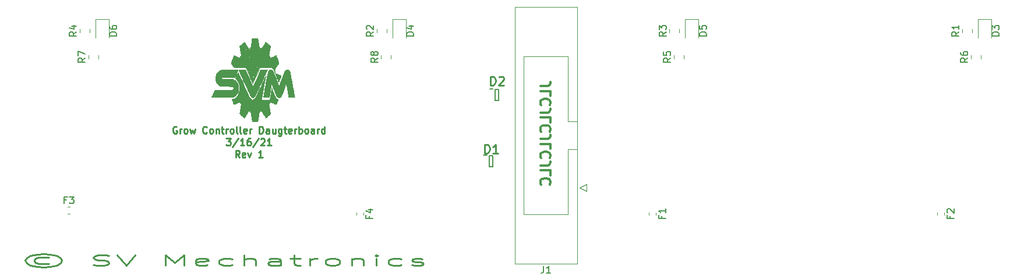
<source format=gbr>
G04 #@! TF.GenerationSoftware,KiCad,Pcbnew,(5.1.5)-3*
G04 #@! TF.CreationDate,2021-03-17T15:19:28-07:00*
G04 #@! TF.ProjectId,Daughterboard,44617567-6874-4657-9262-6f6172642e6b,rev?*
G04 #@! TF.SameCoordinates,Original*
G04 #@! TF.FileFunction,Legend,Top*
G04 #@! TF.FilePolarity,Positive*
%FSLAX46Y46*%
G04 Gerber Fmt 4.6, Leading zero omitted, Abs format (unit mm)*
G04 Created by KiCad (PCBNEW (5.1.5)-3) date 2021-03-17 15:19:28*
%MOMM*%
%LPD*%
G04 APERTURE LIST*
%ADD10C,0.300000*%
%ADD11C,0.250000*%
%ADD12C,0.200000*%
%ADD13C,0.010000*%
%ADD14C,0.120000*%
%ADD15C,0.254000*%
%ADD16C,0.150000*%
G04 APERTURE END LIST*
D10*
X137354571Y-121087428D02*
X138426000Y-121087428D01*
X138640285Y-121016000D01*
X138783142Y-120873142D01*
X138854571Y-120658857D01*
X138854571Y-120516000D01*
X138854571Y-122516000D02*
X138854571Y-121801714D01*
X137354571Y-121801714D01*
X138711714Y-123873142D02*
X138783142Y-123801714D01*
X138854571Y-123587428D01*
X138854571Y-123444571D01*
X138783142Y-123230285D01*
X138640285Y-123087428D01*
X138497428Y-123016000D01*
X138211714Y-122944571D01*
X137997428Y-122944571D01*
X137711714Y-123016000D01*
X137568857Y-123087428D01*
X137426000Y-123230285D01*
X137354571Y-123444571D01*
X137354571Y-123587428D01*
X137426000Y-123801714D01*
X137497428Y-123873142D01*
X137354571Y-124944571D02*
X138426000Y-124944571D01*
X138640285Y-124873142D01*
X138783142Y-124730285D01*
X138854571Y-124516000D01*
X138854571Y-124373142D01*
X138854571Y-126373142D02*
X138854571Y-125658857D01*
X137354571Y-125658857D01*
X138711714Y-127730285D02*
X138783142Y-127658857D01*
X138854571Y-127444571D01*
X138854571Y-127301714D01*
X138783142Y-127087428D01*
X138640285Y-126944571D01*
X138497428Y-126873142D01*
X138211714Y-126801714D01*
X137997428Y-126801714D01*
X137711714Y-126873142D01*
X137568857Y-126944571D01*
X137426000Y-127087428D01*
X137354571Y-127301714D01*
X137354571Y-127444571D01*
X137426000Y-127658857D01*
X137497428Y-127730285D01*
X137354571Y-128801714D02*
X138426000Y-128801714D01*
X138640285Y-128730285D01*
X138783142Y-128587428D01*
X138854571Y-128373142D01*
X138854571Y-128230285D01*
X138854571Y-130230285D02*
X138854571Y-129516000D01*
X137354571Y-129516000D01*
X138711714Y-131587428D02*
X138783142Y-131516000D01*
X138854571Y-131301714D01*
X138854571Y-131158857D01*
X138783142Y-130944571D01*
X138640285Y-130801714D01*
X138497428Y-130730285D01*
X138211714Y-130658857D01*
X137997428Y-130658857D01*
X137711714Y-130730285D01*
X137568857Y-130801714D01*
X137426000Y-130944571D01*
X137354571Y-131158857D01*
X137354571Y-131301714D01*
X137426000Y-131516000D01*
X137497428Y-131587428D01*
X137354571Y-132658857D02*
X138426000Y-132658857D01*
X138640285Y-132587428D01*
X138783142Y-132444571D01*
X138854571Y-132230285D01*
X138854571Y-132087428D01*
X138854571Y-134087428D02*
X138854571Y-133373142D01*
X137354571Y-133373142D01*
X138711714Y-135444571D02*
X138783142Y-135373142D01*
X138854571Y-135158857D01*
X138854571Y-135016000D01*
X138783142Y-134801714D01*
X138640285Y-134658857D01*
X138497428Y-134587428D01*
X138211714Y-134516000D01*
X137997428Y-134516000D01*
X137711714Y-134587428D01*
X137568857Y-134658857D01*
X137426000Y-134801714D01*
X137354571Y-135016000D01*
X137354571Y-135158857D01*
X137426000Y-135373142D01*
X137497428Y-135444571D01*
D11*
X65916190Y-146093714D02*
X65535238Y-146022285D01*
X64773333Y-146022285D01*
X64392380Y-146093714D01*
X64011428Y-146236571D01*
X63820952Y-146379428D01*
X63820952Y-146665142D01*
X64011428Y-146808000D01*
X64392380Y-146950857D01*
X64773333Y-147022285D01*
X65535238Y-147022285D01*
X65916190Y-146950857D01*
X65154285Y-145522285D02*
X64201904Y-145593714D01*
X63249523Y-145808000D01*
X62678095Y-146165142D01*
X62487619Y-146522285D01*
X62678095Y-146879428D01*
X63249523Y-147236571D01*
X64201904Y-147450857D01*
X65154285Y-147522285D01*
X66106666Y-147450857D01*
X67059047Y-147236571D01*
X67630476Y-146879428D01*
X67820952Y-146522285D01*
X67630476Y-146165142D01*
X67059047Y-145808000D01*
X66106666Y-145593714D01*
X65154285Y-145522285D01*
X72392380Y-147165142D02*
X72963809Y-147236571D01*
X73916190Y-147236571D01*
X74297142Y-147165142D01*
X74487619Y-147093714D01*
X74678095Y-146950857D01*
X74678095Y-146808000D01*
X74487619Y-146665142D01*
X74297142Y-146593714D01*
X73916190Y-146522285D01*
X73154285Y-146450857D01*
X72773333Y-146379428D01*
X72582857Y-146308000D01*
X72392380Y-146165142D01*
X72392380Y-146022285D01*
X72582857Y-145879428D01*
X72773333Y-145808000D01*
X73154285Y-145736571D01*
X74106666Y-145736571D01*
X74678095Y-145808000D01*
X75820952Y-145736571D02*
X77154285Y-147236571D01*
X78487619Y-145736571D01*
X82868571Y-147236571D02*
X82868571Y-145736571D01*
X84201904Y-146808000D01*
X85535238Y-145736571D01*
X85535238Y-147236571D01*
X88963809Y-147165142D02*
X88582857Y-147236571D01*
X87820952Y-147236571D01*
X87440000Y-147165142D01*
X87249523Y-147022285D01*
X87249523Y-146450857D01*
X87440000Y-146308000D01*
X87820952Y-146236571D01*
X88582857Y-146236571D01*
X88963809Y-146308000D01*
X89154285Y-146450857D01*
X89154285Y-146593714D01*
X87249523Y-146736571D01*
X92582857Y-147165142D02*
X92201904Y-147236571D01*
X91440000Y-147236571D01*
X91059047Y-147165142D01*
X90868571Y-147093714D01*
X90678095Y-146950857D01*
X90678095Y-146522285D01*
X90868571Y-146379428D01*
X91059047Y-146308000D01*
X91440000Y-146236571D01*
X92201904Y-146236571D01*
X92582857Y-146308000D01*
X94297142Y-147236571D02*
X94297142Y-145736571D01*
X96011428Y-147236571D02*
X96011428Y-146450857D01*
X95820952Y-146308000D01*
X95440000Y-146236571D01*
X94868571Y-146236571D01*
X94487619Y-146308000D01*
X94297142Y-146379428D01*
X99630476Y-147236571D02*
X99630476Y-146450857D01*
X99440000Y-146308000D01*
X99059047Y-146236571D01*
X98297142Y-146236571D01*
X97916190Y-146308000D01*
X99630476Y-147165142D02*
X99249523Y-147236571D01*
X98297142Y-147236571D01*
X97916190Y-147165142D01*
X97725714Y-147022285D01*
X97725714Y-146879428D01*
X97916190Y-146736571D01*
X98297142Y-146665142D01*
X99249523Y-146665142D01*
X99630476Y-146593714D01*
X100963809Y-146236571D02*
X102487619Y-146236571D01*
X101535238Y-145736571D02*
X101535238Y-147022285D01*
X101725714Y-147165142D01*
X102106666Y-147236571D01*
X102487619Y-147236571D01*
X103820952Y-147236571D02*
X103820952Y-146236571D01*
X103820952Y-146522285D02*
X104011428Y-146379428D01*
X104201904Y-146308000D01*
X104582857Y-146236571D01*
X104963809Y-146236571D01*
X106868571Y-147236571D02*
X106487619Y-147165142D01*
X106297142Y-147093714D01*
X106106666Y-146950857D01*
X106106666Y-146522285D01*
X106297142Y-146379428D01*
X106487619Y-146308000D01*
X106868571Y-146236571D01*
X107440000Y-146236571D01*
X107820952Y-146308000D01*
X108011428Y-146379428D01*
X108201904Y-146522285D01*
X108201904Y-146950857D01*
X108011428Y-147093714D01*
X107820952Y-147165142D01*
X107440000Y-147236571D01*
X106868571Y-147236571D01*
X109916190Y-146236571D02*
X109916190Y-147236571D01*
X109916190Y-146379428D02*
X110106666Y-146308000D01*
X110487619Y-146236571D01*
X111059047Y-146236571D01*
X111440000Y-146308000D01*
X111630476Y-146450857D01*
X111630476Y-147236571D01*
X113535238Y-147236571D02*
X113535238Y-146236571D01*
X113535238Y-145736571D02*
X113344761Y-145808000D01*
X113535238Y-145879428D01*
X113725714Y-145808000D01*
X113535238Y-145736571D01*
X113535238Y-145879428D01*
X117154285Y-147165142D02*
X116773333Y-147236571D01*
X116011428Y-147236571D01*
X115630476Y-147165142D01*
X115440000Y-147093714D01*
X115249523Y-146950857D01*
X115249523Y-146522285D01*
X115440000Y-146379428D01*
X115630476Y-146308000D01*
X116011428Y-146236571D01*
X116773333Y-146236571D01*
X117154285Y-146308000D01*
X118678095Y-147165142D02*
X119059047Y-147236571D01*
X119820952Y-147236571D01*
X120201904Y-147165142D01*
X120392380Y-147022285D01*
X120392380Y-146950857D01*
X120201904Y-146808000D01*
X119820952Y-146736571D01*
X119249523Y-146736571D01*
X118868571Y-146665142D01*
X118678095Y-146522285D01*
X118678095Y-146450857D01*
X118868571Y-146308000D01*
X119249523Y-146236571D01*
X119820952Y-146236571D01*
X120201904Y-146308000D01*
X84496000Y-127036000D02*
X84400761Y-126988380D01*
X84257904Y-126988380D01*
X84115047Y-127036000D01*
X84019809Y-127131238D01*
X83972190Y-127226476D01*
X83924571Y-127416952D01*
X83924571Y-127559809D01*
X83972190Y-127750285D01*
X84019809Y-127845523D01*
X84115047Y-127940761D01*
X84257904Y-127988380D01*
X84353142Y-127988380D01*
X84496000Y-127940761D01*
X84543619Y-127893142D01*
X84543619Y-127559809D01*
X84353142Y-127559809D01*
X84972190Y-127988380D02*
X84972190Y-127321714D01*
X84972190Y-127512190D02*
X85019809Y-127416952D01*
X85067428Y-127369333D01*
X85162666Y-127321714D01*
X85257904Y-127321714D01*
X85734095Y-127988380D02*
X85638857Y-127940761D01*
X85591238Y-127893142D01*
X85543619Y-127797904D01*
X85543619Y-127512190D01*
X85591238Y-127416952D01*
X85638857Y-127369333D01*
X85734095Y-127321714D01*
X85876952Y-127321714D01*
X85972190Y-127369333D01*
X86019809Y-127416952D01*
X86067428Y-127512190D01*
X86067428Y-127797904D01*
X86019809Y-127893142D01*
X85972190Y-127940761D01*
X85876952Y-127988380D01*
X85734095Y-127988380D01*
X86400761Y-127321714D02*
X86591238Y-127988380D01*
X86781714Y-127512190D01*
X86972190Y-127988380D01*
X87162666Y-127321714D01*
X88876952Y-127893142D02*
X88829333Y-127940761D01*
X88686476Y-127988380D01*
X88591238Y-127988380D01*
X88448380Y-127940761D01*
X88353142Y-127845523D01*
X88305523Y-127750285D01*
X88257904Y-127559809D01*
X88257904Y-127416952D01*
X88305523Y-127226476D01*
X88353142Y-127131238D01*
X88448380Y-127036000D01*
X88591238Y-126988380D01*
X88686476Y-126988380D01*
X88829333Y-127036000D01*
X88876952Y-127083619D01*
X89448380Y-127988380D02*
X89353142Y-127940761D01*
X89305523Y-127893142D01*
X89257904Y-127797904D01*
X89257904Y-127512190D01*
X89305523Y-127416952D01*
X89353142Y-127369333D01*
X89448380Y-127321714D01*
X89591238Y-127321714D01*
X89686476Y-127369333D01*
X89734095Y-127416952D01*
X89781714Y-127512190D01*
X89781714Y-127797904D01*
X89734095Y-127893142D01*
X89686476Y-127940761D01*
X89591238Y-127988380D01*
X89448380Y-127988380D01*
X90210285Y-127321714D02*
X90210285Y-127988380D01*
X90210285Y-127416952D02*
X90257904Y-127369333D01*
X90353142Y-127321714D01*
X90496000Y-127321714D01*
X90591238Y-127369333D01*
X90638857Y-127464571D01*
X90638857Y-127988380D01*
X90972190Y-127321714D02*
X91353142Y-127321714D01*
X91115047Y-126988380D02*
X91115047Y-127845523D01*
X91162666Y-127940761D01*
X91257904Y-127988380D01*
X91353142Y-127988380D01*
X91686476Y-127988380D02*
X91686476Y-127321714D01*
X91686476Y-127512190D02*
X91734095Y-127416952D01*
X91781714Y-127369333D01*
X91876952Y-127321714D01*
X91972190Y-127321714D01*
X92448380Y-127988380D02*
X92353142Y-127940761D01*
X92305523Y-127893142D01*
X92257904Y-127797904D01*
X92257904Y-127512190D01*
X92305523Y-127416952D01*
X92353142Y-127369333D01*
X92448380Y-127321714D01*
X92591238Y-127321714D01*
X92686476Y-127369333D01*
X92734095Y-127416952D01*
X92781714Y-127512190D01*
X92781714Y-127797904D01*
X92734095Y-127893142D01*
X92686476Y-127940761D01*
X92591238Y-127988380D01*
X92448380Y-127988380D01*
X93353142Y-127988380D02*
X93257904Y-127940761D01*
X93210285Y-127845523D01*
X93210285Y-126988380D01*
X93876952Y-127988380D02*
X93781714Y-127940761D01*
X93734095Y-127845523D01*
X93734095Y-126988380D01*
X94638857Y-127940761D02*
X94543619Y-127988380D01*
X94353142Y-127988380D01*
X94257904Y-127940761D01*
X94210285Y-127845523D01*
X94210285Y-127464571D01*
X94257904Y-127369333D01*
X94353142Y-127321714D01*
X94543619Y-127321714D01*
X94638857Y-127369333D01*
X94686476Y-127464571D01*
X94686476Y-127559809D01*
X94210285Y-127655047D01*
X95115047Y-127988380D02*
X95115047Y-127321714D01*
X95115047Y-127512190D02*
X95162666Y-127416952D01*
X95210285Y-127369333D01*
X95305523Y-127321714D01*
X95400761Y-127321714D01*
X96496000Y-127988380D02*
X96496000Y-126988380D01*
X96734095Y-126988380D01*
X96876952Y-127036000D01*
X96972190Y-127131238D01*
X97019809Y-127226476D01*
X97067428Y-127416952D01*
X97067428Y-127559809D01*
X97019809Y-127750285D01*
X96972190Y-127845523D01*
X96876952Y-127940761D01*
X96734095Y-127988380D01*
X96496000Y-127988380D01*
X97924571Y-127988380D02*
X97924571Y-127464571D01*
X97876952Y-127369333D01*
X97781714Y-127321714D01*
X97591238Y-127321714D01*
X97496000Y-127369333D01*
X97924571Y-127940761D02*
X97829333Y-127988380D01*
X97591238Y-127988380D01*
X97496000Y-127940761D01*
X97448380Y-127845523D01*
X97448380Y-127750285D01*
X97496000Y-127655047D01*
X97591238Y-127607428D01*
X97829333Y-127607428D01*
X97924571Y-127559809D01*
X98829333Y-127321714D02*
X98829333Y-127988380D01*
X98400761Y-127321714D02*
X98400761Y-127845523D01*
X98448380Y-127940761D01*
X98543619Y-127988380D01*
X98686476Y-127988380D01*
X98781714Y-127940761D01*
X98829333Y-127893142D01*
X99734095Y-127321714D02*
X99734095Y-128131238D01*
X99686476Y-128226476D01*
X99638857Y-128274095D01*
X99543619Y-128321714D01*
X99400761Y-128321714D01*
X99305523Y-128274095D01*
X99734095Y-127940761D02*
X99638857Y-127988380D01*
X99448380Y-127988380D01*
X99353142Y-127940761D01*
X99305523Y-127893142D01*
X99257904Y-127797904D01*
X99257904Y-127512190D01*
X99305523Y-127416952D01*
X99353142Y-127369333D01*
X99448380Y-127321714D01*
X99638857Y-127321714D01*
X99734095Y-127369333D01*
X100067428Y-127321714D02*
X100448380Y-127321714D01*
X100210285Y-126988380D02*
X100210285Y-127845523D01*
X100257904Y-127940761D01*
X100353142Y-127988380D01*
X100448380Y-127988380D01*
X101162666Y-127940761D02*
X101067428Y-127988380D01*
X100876952Y-127988380D01*
X100781714Y-127940761D01*
X100734095Y-127845523D01*
X100734095Y-127464571D01*
X100781714Y-127369333D01*
X100876952Y-127321714D01*
X101067428Y-127321714D01*
X101162666Y-127369333D01*
X101210285Y-127464571D01*
X101210285Y-127559809D01*
X100734095Y-127655047D01*
X101638857Y-127988380D02*
X101638857Y-127321714D01*
X101638857Y-127512190D02*
X101686476Y-127416952D01*
X101734095Y-127369333D01*
X101829333Y-127321714D01*
X101924571Y-127321714D01*
X102257904Y-127988380D02*
X102257904Y-126988380D01*
X102257904Y-127369333D02*
X102353142Y-127321714D01*
X102543619Y-127321714D01*
X102638857Y-127369333D01*
X102686476Y-127416952D01*
X102734095Y-127512190D01*
X102734095Y-127797904D01*
X102686476Y-127893142D01*
X102638857Y-127940761D01*
X102543619Y-127988380D01*
X102353142Y-127988380D01*
X102257904Y-127940761D01*
X103305523Y-127988380D02*
X103210285Y-127940761D01*
X103162666Y-127893142D01*
X103115047Y-127797904D01*
X103115047Y-127512190D01*
X103162666Y-127416952D01*
X103210285Y-127369333D01*
X103305523Y-127321714D01*
X103448380Y-127321714D01*
X103543619Y-127369333D01*
X103591238Y-127416952D01*
X103638857Y-127512190D01*
X103638857Y-127797904D01*
X103591238Y-127893142D01*
X103543619Y-127940761D01*
X103448380Y-127988380D01*
X103305523Y-127988380D01*
X104496000Y-127988380D02*
X104496000Y-127464571D01*
X104448380Y-127369333D01*
X104353142Y-127321714D01*
X104162666Y-127321714D01*
X104067428Y-127369333D01*
X104496000Y-127940761D02*
X104400761Y-127988380D01*
X104162666Y-127988380D01*
X104067428Y-127940761D01*
X104019809Y-127845523D01*
X104019809Y-127750285D01*
X104067428Y-127655047D01*
X104162666Y-127607428D01*
X104400761Y-127607428D01*
X104496000Y-127559809D01*
X104972190Y-127988380D02*
X104972190Y-127321714D01*
X104972190Y-127512190D02*
X105019809Y-127416952D01*
X105067428Y-127369333D01*
X105162666Y-127321714D01*
X105257904Y-127321714D01*
X106019809Y-127988380D02*
X106019809Y-126988380D01*
X106019809Y-127940761D02*
X105924571Y-127988380D01*
X105734095Y-127988380D01*
X105638857Y-127940761D01*
X105591238Y-127893142D01*
X105543619Y-127797904D01*
X105543619Y-127512190D01*
X105591238Y-127416952D01*
X105638857Y-127369333D01*
X105734095Y-127321714D01*
X105924571Y-127321714D01*
X106019809Y-127369333D01*
X91710285Y-128738380D02*
X92329333Y-128738380D01*
X91996000Y-129119333D01*
X92138857Y-129119333D01*
X92234095Y-129166952D01*
X92281714Y-129214571D01*
X92329333Y-129309809D01*
X92329333Y-129547904D01*
X92281714Y-129643142D01*
X92234095Y-129690761D01*
X92138857Y-129738380D01*
X91853142Y-129738380D01*
X91757904Y-129690761D01*
X91710285Y-129643142D01*
X93472190Y-128690761D02*
X92615047Y-129976476D01*
X94329333Y-129738380D02*
X93757904Y-129738380D01*
X94043619Y-129738380D02*
X94043619Y-128738380D01*
X93948380Y-128881238D01*
X93853142Y-128976476D01*
X93757904Y-129024095D01*
X95186476Y-128738380D02*
X94996000Y-128738380D01*
X94900761Y-128786000D01*
X94853142Y-128833619D01*
X94757904Y-128976476D01*
X94710285Y-129166952D01*
X94710285Y-129547904D01*
X94757904Y-129643142D01*
X94805523Y-129690761D01*
X94900761Y-129738380D01*
X95091238Y-129738380D01*
X95186476Y-129690761D01*
X95234095Y-129643142D01*
X95281714Y-129547904D01*
X95281714Y-129309809D01*
X95234095Y-129214571D01*
X95186476Y-129166952D01*
X95091238Y-129119333D01*
X94900761Y-129119333D01*
X94805523Y-129166952D01*
X94757904Y-129214571D01*
X94710285Y-129309809D01*
X96424571Y-128690761D02*
X95567428Y-129976476D01*
X96710285Y-128833619D02*
X96757904Y-128786000D01*
X96853142Y-128738380D01*
X97091238Y-128738380D01*
X97186476Y-128786000D01*
X97234095Y-128833619D01*
X97281714Y-128928857D01*
X97281714Y-129024095D01*
X97234095Y-129166952D01*
X96662666Y-129738380D01*
X97281714Y-129738380D01*
X98234095Y-129738380D02*
X97662666Y-129738380D01*
X97948380Y-129738380D02*
X97948380Y-128738380D01*
X97853142Y-128881238D01*
X97757904Y-128976476D01*
X97662666Y-129024095D01*
X93638857Y-131488380D02*
X93305523Y-131012190D01*
X93067428Y-131488380D02*
X93067428Y-130488380D01*
X93448380Y-130488380D01*
X93543619Y-130536000D01*
X93591238Y-130583619D01*
X93638857Y-130678857D01*
X93638857Y-130821714D01*
X93591238Y-130916952D01*
X93543619Y-130964571D01*
X93448380Y-131012190D01*
X93067428Y-131012190D01*
X94448380Y-131440761D02*
X94353142Y-131488380D01*
X94162666Y-131488380D01*
X94067428Y-131440761D01*
X94019809Y-131345523D01*
X94019809Y-130964571D01*
X94067428Y-130869333D01*
X94162666Y-130821714D01*
X94353142Y-130821714D01*
X94448380Y-130869333D01*
X94496000Y-130964571D01*
X94496000Y-131059809D01*
X94019809Y-131155047D01*
X94829333Y-130821714D02*
X95067428Y-131488380D01*
X95305523Y-130821714D01*
X96972190Y-131488380D02*
X96400761Y-131488380D01*
X96686476Y-131488380D02*
X96686476Y-130488380D01*
X96591238Y-130631238D01*
X96496000Y-130726476D01*
X96400761Y-130774095D01*
D12*
X129100000Y-131180000D02*
X129575000Y-131180000D01*
X129925000Y-132880000D02*
X129925000Y-131280000D01*
X130425000Y-132880000D02*
X129925000Y-132880000D01*
X130425000Y-131280000D02*
X130425000Y-132880000D01*
X129925000Y-131280000D02*
X130425000Y-131280000D01*
D13*
G36*
X94570564Y-115801050D02*
G01*
X94597077Y-115827434D01*
X94615154Y-115865484D01*
X94623856Y-115910354D01*
X94622245Y-115957199D01*
X94609384Y-116001172D01*
X94584335Y-116037428D01*
X94584242Y-116037518D01*
X94550924Y-116058999D01*
X94519665Y-116056219D01*
X94490248Y-116029137D01*
X94483409Y-116018970D01*
X94466694Y-115988114D01*
X94459130Y-115958838D01*
X94457397Y-115920053D01*
X94459484Y-115878765D01*
X94467722Y-115849094D01*
X94479760Y-115826977D01*
X94498644Y-115802647D01*
X94519278Y-115792537D01*
X94536553Y-115791178D01*
X94570564Y-115801050D01*
G37*
X94570564Y-115801050D02*
X94597077Y-115827434D01*
X94615154Y-115865484D01*
X94623856Y-115910354D01*
X94622245Y-115957199D01*
X94609384Y-116001172D01*
X94584335Y-116037428D01*
X94584242Y-116037518D01*
X94550924Y-116058999D01*
X94519665Y-116056219D01*
X94490248Y-116029137D01*
X94483409Y-116018970D01*
X94466694Y-115988114D01*
X94459130Y-115958838D01*
X94457397Y-115920053D01*
X94459484Y-115878765D01*
X94467722Y-115849094D01*
X94479760Y-115826977D01*
X94498644Y-115802647D01*
X94519278Y-115792537D01*
X94536553Y-115791178D01*
X94570564Y-115801050D01*
G36*
X94989223Y-118642884D02*
G01*
X95017298Y-118671030D01*
X95035974Y-118712610D01*
X95043194Y-118763294D01*
X95038647Y-118810979D01*
X95022564Y-118854135D01*
X94997227Y-118884594D01*
X94966828Y-118900229D01*
X94935555Y-118898913D01*
X94907599Y-118878518D01*
X94907025Y-118877804D01*
X94883126Y-118834084D01*
X94873412Y-118782233D01*
X94877272Y-118730449D01*
X94893525Y-118679369D01*
X94918746Y-118645787D01*
X94950680Y-118632587D01*
X94953805Y-118632497D01*
X94989223Y-118642884D01*
G37*
X94989223Y-118642884D02*
X95017298Y-118671030D01*
X95035974Y-118712610D01*
X95043194Y-118763294D01*
X95038647Y-118810979D01*
X95022564Y-118854135D01*
X94997227Y-118884594D01*
X94966828Y-118900229D01*
X94935555Y-118898913D01*
X94907599Y-118878518D01*
X94907025Y-118877804D01*
X94883126Y-118834084D01*
X94873412Y-118782233D01*
X94877272Y-118730449D01*
X94893525Y-118679369D01*
X94918746Y-118645787D01*
X94950680Y-118632587D01*
X94953805Y-118632497D01*
X94989223Y-118642884D01*
G36*
X95059075Y-115663460D02*
G01*
X95086126Y-115683091D01*
X95107893Y-115720658D01*
X95112619Y-115734571D01*
X95121141Y-115787934D01*
X95116406Y-115838668D01*
X95100353Y-115881835D01*
X95074920Y-115912497D01*
X95042047Y-115925714D01*
X95037491Y-115925894D01*
X95014485Y-115921725D01*
X94995585Y-115905734D01*
X94980698Y-115884255D01*
X94963457Y-115851722D01*
X94955928Y-115820746D01*
X94954686Y-115793343D01*
X94960960Y-115740864D01*
X94977682Y-115700465D01*
X95001706Y-115673318D01*
X95029886Y-115660592D01*
X95059075Y-115663460D01*
G37*
X95059075Y-115663460D02*
X95086126Y-115683091D01*
X95107893Y-115720658D01*
X95112619Y-115734571D01*
X95121141Y-115787934D01*
X95116406Y-115838668D01*
X95100353Y-115881835D01*
X95074920Y-115912497D01*
X95042047Y-115925714D01*
X95037491Y-115925894D01*
X95014485Y-115921725D01*
X94995585Y-115905734D01*
X94980698Y-115884255D01*
X94963457Y-115851722D01*
X94955928Y-115820746D01*
X94954686Y-115793343D01*
X94960960Y-115740864D01*
X94977682Y-115700465D01*
X95001706Y-115673318D01*
X95029886Y-115660592D01*
X95059075Y-115663460D01*
G36*
X96569061Y-116878908D02*
G01*
X96593731Y-116902538D01*
X96611238Y-116939404D01*
X96618914Y-116985765D01*
X96614783Y-117034641D01*
X96598946Y-117077202D01*
X96574663Y-117103929D01*
X96545841Y-117113441D01*
X96516388Y-117104359D01*
X96491869Y-117078041D01*
X96473441Y-117033764D01*
X96468220Y-116985513D01*
X96475687Y-116939125D01*
X96495323Y-116900436D01*
X96508915Y-116886316D01*
X96539899Y-116872254D01*
X96569061Y-116878908D01*
G37*
X96569061Y-116878908D02*
X96593731Y-116902538D01*
X96611238Y-116939404D01*
X96618914Y-116985765D01*
X96614783Y-117034641D01*
X96598946Y-117077202D01*
X96574663Y-117103929D01*
X96545841Y-117113441D01*
X96516388Y-117104359D01*
X96491869Y-117078041D01*
X96473441Y-117033764D01*
X96468220Y-116985513D01*
X96475687Y-116939125D01*
X96495323Y-116900436D01*
X96508915Y-116886316D01*
X96539899Y-116872254D01*
X96569061Y-116878908D01*
G36*
X96202629Y-118356536D02*
G01*
X96232220Y-118377360D01*
X96254670Y-118413811D01*
X96267255Y-118461527D01*
X96267516Y-118514005D01*
X96255004Y-118562047D01*
X96232568Y-118597064D01*
X96203885Y-118617243D01*
X96172636Y-118620772D01*
X96142499Y-118605839D01*
X96124640Y-118584406D01*
X96106885Y-118540695D01*
X96101428Y-118491229D01*
X96107137Y-118441895D01*
X96122880Y-118398585D01*
X96147523Y-118367186D01*
X96168619Y-118355695D01*
X96202629Y-118356536D01*
G37*
X96202629Y-118356536D02*
X96232220Y-118377360D01*
X96254670Y-118413811D01*
X96267255Y-118461527D01*
X96267516Y-118514005D01*
X96255004Y-118562047D01*
X96232568Y-118597064D01*
X96203885Y-118617243D01*
X96172636Y-118620772D01*
X96142499Y-118605839D01*
X96124640Y-118584406D01*
X96106885Y-118540695D01*
X96101428Y-118491229D01*
X96107137Y-118441895D01*
X96122880Y-118398585D01*
X96147523Y-118367186D01*
X96168619Y-118355695D01*
X96202629Y-118356536D01*
G36*
X95639473Y-119773826D02*
G01*
X95657328Y-119784323D01*
X95675098Y-119807776D01*
X95678433Y-119813049D01*
X95695502Y-119845037D01*
X95703048Y-119875452D01*
X95704445Y-119906073D01*
X95698169Y-119967301D01*
X95679792Y-120014553D01*
X95649989Y-120046107D01*
X95649219Y-120046607D01*
X95629051Y-120058947D01*
X95615755Y-120063069D01*
X95601958Y-120059699D01*
X95586952Y-120052742D01*
X95555346Y-120026787D01*
X95534184Y-119983397D01*
X95528167Y-119959713D01*
X95523408Y-119901706D01*
X95533679Y-119847771D01*
X95552635Y-119808111D01*
X95569822Y-119784920D01*
X95587661Y-119774114D01*
X95613312Y-119771411D01*
X95613992Y-119771410D01*
X95639473Y-119773826D01*
G37*
X95639473Y-119773826D02*
X95657328Y-119784323D01*
X95675098Y-119807776D01*
X95678433Y-119813049D01*
X95695502Y-119845037D01*
X95703048Y-119875452D01*
X95704445Y-119906073D01*
X95698169Y-119967301D01*
X95679792Y-120014553D01*
X95649989Y-120046107D01*
X95649219Y-120046607D01*
X95629051Y-120058947D01*
X95615755Y-120063069D01*
X95601958Y-120059699D01*
X95586952Y-120052742D01*
X95555346Y-120026787D01*
X95534184Y-119983397D01*
X95528167Y-119959713D01*
X95523408Y-119901706D01*
X95533679Y-119847771D01*
X95552635Y-119808111D01*
X95569822Y-119784920D01*
X95587661Y-119774114D01*
X95613312Y-119771411D01*
X95613992Y-119771410D01*
X95639473Y-119773826D01*
G36*
X98829184Y-119213510D02*
G01*
X98842441Y-119224697D01*
X98855554Y-119233388D01*
X98882364Y-119246945D01*
X98921641Y-119264862D01*
X98972154Y-119286630D01*
X99032673Y-119311744D01*
X99101967Y-119339696D01*
X99178804Y-119369980D01*
X99261955Y-119402089D01*
X99350188Y-119435517D01*
X99395861Y-119452579D01*
X99456960Y-119475424D01*
X99504895Y-119493843D01*
X99541424Y-119508818D01*
X99568307Y-119521330D01*
X99587303Y-119532362D01*
X99600171Y-119542894D01*
X99608669Y-119553908D01*
X99614558Y-119566386D01*
X99618089Y-119576577D01*
X99623659Y-119595479D01*
X99627116Y-119613908D01*
X99627847Y-119634080D01*
X99625240Y-119658211D01*
X99618681Y-119688518D01*
X99607556Y-119727216D01*
X99591253Y-119776522D01*
X99569159Y-119838652D01*
X99540660Y-119915822D01*
X99505143Y-120010249D01*
X99478994Y-120079317D01*
X99438065Y-120187291D01*
X99404354Y-120276131D01*
X99377139Y-120347640D01*
X99355693Y-120403616D01*
X99339292Y-120445862D01*
X99327213Y-120476177D01*
X99318730Y-120496364D01*
X99313119Y-120508223D01*
X99309655Y-120513554D01*
X99307614Y-120514160D01*
X99306272Y-120511839D01*
X99305650Y-120510183D01*
X99242794Y-120344349D01*
X99182533Y-120185037D01*
X99125324Y-120033468D01*
X99071621Y-119890863D01*
X99021881Y-119758441D01*
X98976560Y-119637422D01*
X98936111Y-119529028D01*
X98900992Y-119434477D01*
X98871657Y-119354991D01*
X98848563Y-119291790D01*
X98832164Y-119246093D01*
X98822916Y-119219121D01*
X98820967Y-119211854D01*
X98829184Y-119213510D01*
G37*
X98829184Y-119213510D02*
X98842441Y-119224697D01*
X98855554Y-119233388D01*
X98882364Y-119246945D01*
X98921641Y-119264862D01*
X98972154Y-119286630D01*
X99032673Y-119311744D01*
X99101967Y-119339696D01*
X99178804Y-119369980D01*
X99261955Y-119402089D01*
X99350188Y-119435517D01*
X99395861Y-119452579D01*
X99456960Y-119475424D01*
X99504895Y-119493843D01*
X99541424Y-119508818D01*
X99568307Y-119521330D01*
X99587303Y-119532362D01*
X99600171Y-119542894D01*
X99608669Y-119553908D01*
X99614558Y-119566386D01*
X99618089Y-119576577D01*
X99623659Y-119595479D01*
X99627116Y-119613908D01*
X99627847Y-119634080D01*
X99625240Y-119658211D01*
X99618681Y-119688518D01*
X99607556Y-119727216D01*
X99591253Y-119776522D01*
X99569159Y-119838652D01*
X99540660Y-119915822D01*
X99505143Y-120010249D01*
X99478994Y-120079317D01*
X99438065Y-120187291D01*
X99404354Y-120276131D01*
X99377139Y-120347640D01*
X99355693Y-120403616D01*
X99339292Y-120445862D01*
X99327213Y-120476177D01*
X99318730Y-120496364D01*
X99313119Y-120508223D01*
X99309655Y-120513554D01*
X99307614Y-120514160D01*
X99306272Y-120511839D01*
X99305650Y-120510183D01*
X99242794Y-120344349D01*
X99182533Y-120185037D01*
X99125324Y-120033468D01*
X99071621Y-119890863D01*
X99021881Y-119758441D01*
X98976560Y-119637422D01*
X98936111Y-119529028D01*
X98900992Y-119434477D01*
X98871657Y-119354991D01*
X98848563Y-119291790D01*
X98832164Y-119246093D01*
X98822916Y-119219121D01*
X98820967Y-119211854D01*
X98829184Y-119213510D01*
G36*
X95589686Y-116532243D02*
G01*
X95861283Y-116966878D01*
X96132879Y-117401512D01*
X96132879Y-118238224D01*
X96098655Y-118270331D01*
X96065424Y-118314183D01*
X96038924Y-118373885D01*
X96022687Y-118441331D01*
X96022013Y-118446227D01*
X96020826Y-118511681D01*
X96032361Y-118577796D01*
X96054478Y-118639436D01*
X96085032Y-118691461D01*
X96121882Y-118728732D01*
X96145137Y-118741505D01*
X96194352Y-118748813D01*
X96240427Y-118733461D01*
X96281063Y-118697161D01*
X96313956Y-118641620D01*
X96327029Y-118606375D01*
X96343844Y-118528982D01*
X96345581Y-118454401D01*
X96332367Y-118383930D01*
X96304329Y-118318864D01*
X96297980Y-118308245D01*
X96275005Y-118276588D01*
X96250874Y-118251121D01*
X96237348Y-118241178D01*
X96209385Y-118226405D01*
X96209385Y-117364773D01*
X95933963Y-116924014D01*
X95658542Y-116483254D01*
X95658542Y-114150098D01*
X96033421Y-114150098D01*
X96033421Y-116287364D01*
X96220390Y-116586471D01*
X96270776Y-116667278D01*
X96311223Y-116732720D01*
X96342718Y-116784583D01*
X96366251Y-116824648D01*
X96382807Y-116854699D01*
X96393376Y-116876518D01*
X96398945Y-116891889D01*
X96400501Y-116902594D01*
X96399354Y-116909520D01*
X96395589Y-116934069D01*
X96393914Y-116973592D01*
X96394444Y-117011273D01*
X96399070Y-117067746D01*
X96409552Y-117111950D01*
X96428577Y-117151667D01*
X96456897Y-117192184D01*
X96491863Y-117222750D01*
X96533286Y-117235808D01*
X96576613Y-117230858D01*
X96614765Y-117209537D01*
X96653044Y-117164816D01*
X96680248Y-117104494D01*
X96694940Y-117031994D01*
X96696324Y-117015197D01*
X96693903Y-116942944D01*
X96678808Y-116878322D01*
X96653343Y-116823943D01*
X96619810Y-116782421D01*
X96580513Y-116756368D01*
X96537755Y-116748397D01*
X96493839Y-116761122D01*
X96480088Y-116769868D01*
X96448592Y-116792763D01*
X96279260Y-116521500D01*
X96109927Y-116250236D01*
X96109927Y-114150098D01*
X96171888Y-114150098D01*
X96203118Y-114150682D01*
X96223303Y-114153653D01*
X96236696Y-114160840D01*
X96247549Y-114174074D01*
X96254620Y-114185693D01*
X96259647Y-114194466D01*
X96264172Y-114203580D01*
X96268549Y-114214961D01*
X96273131Y-114230536D01*
X96278269Y-114252233D01*
X96284318Y-114281977D01*
X96291628Y-114321696D01*
X96300554Y-114373315D01*
X96311448Y-114438763D01*
X96324662Y-114519964D01*
X96340549Y-114618848D01*
X96359462Y-114737339D01*
X96381754Y-114877364D01*
X96385203Y-114899039D01*
X96402104Y-115004021D01*
X96418330Y-115102500D01*
X96433399Y-115191727D01*
X96446832Y-115268951D01*
X96458148Y-115331421D01*
X96466867Y-115376389D01*
X96472506Y-115401103D01*
X96473463Y-115404007D01*
X96489283Y-115432630D01*
X96509705Y-115458289D01*
X96510463Y-115459036D01*
X96531256Y-115475164D01*
X96563095Y-115494963D01*
X96602143Y-115516435D01*
X96644560Y-115537583D01*
X96686508Y-115556409D01*
X96724147Y-115570916D01*
X96727832Y-115572153D01*
X96777740Y-115580090D01*
X96822564Y-115567577D01*
X96865966Y-115533230D01*
X96883596Y-115513255D01*
X96896335Y-115495266D01*
X96918296Y-115461481D01*
X96948221Y-115413945D01*
X96984850Y-115354708D01*
X97026923Y-115285814D01*
X97073182Y-115209310D01*
X97122366Y-115127245D01*
X97158276Y-115066884D01*
X97215171Y-114971092D01*
X97262583Y-114891663D01*
X97301495Y-114827091D01*
X97332891Y-114775872D01*
X97357752Y-114736500D01*
X97377062Y-114707471D01*
X97391805Y-114687279D01*
X97402963Y-114674420D01*
X97411519Y-114667388D01*
X97418457Y-114664678D01*
X97421124Y-114664467D01*
X97434554Y-114669198D01*
X97456763Y-114683886D01*
X97488654Y-114709270D01*
X97531132Y-114746089D01*
X97585100Y-114795083D01*
X97617168Y-114824836D01*
X97673731Y-114877435D01*
X97735280Y-114934368D01*
X97797667Y-114991815D01*
X97856741Y-115045960D01*
X97908355Y-115092986D01*
X97925251Y-115108288D01*
X97967572Y-115147343D01*
X98006050Y-115184382D01*
X98038388Y-115217068D01*
X98062286Y-115243069D01*
X98075447Y-115260049D01*
X98076449Y-115261866D01*
X98085603Y-115286318D01*
X98089954Y-115315569D01*
X98089320Y-115353644D01*
X98083521Y-115404572D01*
X98072377Y-115472378D01*
X98065282Y-115511010D01*
X98057061Y-115555263D01*
X98045276Y-115619347D01*
X98030602Y-115699559D01*
X98013713Y-115792196D01*
X97995286Y-115893554D01*
X97975995Y-115999930D01*
X97957582Y-116101714D01*
X97936591Y-116218305D01*
X97919616Y-116313737D01*
X97906310Y-116390327D01*
X97896328Y-116450392D01*
X97889321Y-116496252D01*
X97884945Y-116530222D01*
X97882852Y-116554620D01*
X97882695Y-116571765D01*
X97884128Y-116583974D01*
X97884931Y-116587471D01*
X97893805Y-116608753D01*
X97911799Y-116642696D01*
X97936650Y-116685742D01*
X97966096Y-116734327D01*
X97997877Y-116784892D01*
X98029730Y-116833874D01*
X98059394Y-116877713D01*
X98084607Y-116912848D01*
X98103109Y-116935718D01*
X98110177Y-116942151D01*
X98133775Y-116951573D01*
X98154133Y-116954631D01*
X98169263Y-116951094D01*
X98197879Y-116940818D01*
X98238846Y-116924305D01*
X98291034Y-116902056D01*
X98353309Y-116874573D01*
X98424540Y-116842358D01*
X98503594Y-116805913D01*
X98589338Y-116765740D01*
X98680640Y-116722340D01*
X98708387Y-116709034D01*
X98758920Y-116685138D01*
X98805504Y-116663836D01*
X98845841Y-116646121D01*
X98877632Y-116632986D01*
X98898580Y-116625423D01*
X98905269Y-116623965D01*
X98918749Y-116627488D01*
X98932656Y-116639455D01*
X98948015Y-116661966D01*
X98965848Y-116697123D01*
X98987183Y-116747024D01*
X99013042Y-116813770D01*
X99044450Y-116899462D01*
X99057637Y-116936260D01*
X99089935Y-117026312D01*
X99126564Y-117127642D01*
X99164521Y-117231996D01*
X99200803Y-117331116D01*
X99230960Y-117412847D01*
X99256524Y-117483146D01*
X99279469Y-117548884D01*
X99298560Y-117606315D01*
X99312568Y-117651693D01*
X99320259Y-117681271D01*
X99321241Y-117687310D01*
X99322183Y-117699432D01*
X99321642Y-117711101D01*
X99318528Y-117724305D01*
X99311753Y-117741035D01*
X99300226Y-117763279D01*
X99282857Y-117793028D01*
X99258557Y-117832270D01*
X99226235Y-117882995D01*
X99184802Y-117947193D01*
X99146504Y-118006287D01*
X99068419Y-118126863D01*
X99000719Y-118231790D01*
X98942680Y-118322262D01*
X98893578Y-118399473D01*
X98852690Y-118464618D01*
X98819291Y-118518889D01*
X98792657Y-118563483D01*
X98772065Y-118599591D01*
X98756789Y-118628410D01*
X98746108Y-118651133D01*
X98739295Y-118668955D01*
X98735628Y-118683068D01*
X98735393Y-118684406D01*
X98733054Y-118726724D01*
X98736419Y-118788088D01*
X98745117Y-118865060D01*
X98758780Y-118954203D01*
X98772376Y-119028596D01*
X98779912Y-119070400D01*
X98784516Y-119102241D01*
X98785285Y-119117784D01*
X98785122Y-119118189D01*
X98779958Y-119110797D01*
X98768705Y-119086360D01*
X98753109Y-119048870D01*
X98737787Y-119009845D01*
X98671146Y-118849080D01*
X98603333Y-118711973D01*
X98533648Y-118597704D01*
X98461388Y-118505448D01*
X98385855Y-118434383D01*
X98306345Y-118383687D01*
X98222160Y-118352537D01*
X98169687Y-118342954D01*
X98137139Y-118340728D01*
X98107659Y-118343288D01*
X98075490Y-118351680D01*
X98034878Y-118366948D01*
X98032667Y-118367851D01*
X97954775Y-118399761D01*
X96539308Y-118399761D01*
X96032389Y-119532596D01*
X95965930Y-119681033D01*
X95901941Y-119823787D01*
X95840989Y-119959609D01*
X95783636Y-120087248D01*
X95730447Y-120205453D01*
X95681987Y-120312975D01*
X95638820Y-120408562D01*
X95601510Y-120490964D01*
X95570621Y-120558931D01*
X95546719Y-120611211D01*
X95530367Y-120646556D01*
X95522129Y-120663713D01*
X95521238Y-120665205D01*
X95516337Y-120655399D01*
X95503141Y-120626879D01*
X95482212Y-120580903D01*
X95454115Y-120518728D01*
X95419412Y-120441611D01*
X95378667Y-120350810D01*
X95332443Y-120247581D01*
X95281303Y-120133182D01*
X95225811Y-120008871D01*
X95166531Y-119875905D01*
X95104024Y-119735540D01*
X95038856Y-119589035D01*
X95015030Y-119535432D01*
X94513055Y-118405884D01*
X93666474Y-118402769D01*
X92819892Y-118399654D01*
X92621191Y-118082410D01*
X92575452Y-118008844D01*
X92533005Y-117939536D01*
X92495122Y-117876647D01*
X92463078Y-117822333D01*
X92438147Y-117778755D01*
X92421602Y-117748071D01*
X92414751Y-117732577D01*
X92410604Y-117695695D01*
X92411986Y-117667161D01*
X92417214Y-117647578D01*
X92429186Y-117610423D01*
X92446732Y-117559083D01*
X92468680Y-117496947D01*
X92493859Y-117427404D01*
X92510126Y-117383271D01*
X92542507Y-117295357D01*
X92577812Y-117198389D01*
X92613413Y-117099664D01*
X92646681Y-117006474D01*
X92674986Y-116926114D01*
X92677851Y-116917890D01*
X92710737Y-116825499D01*
X92738290Y-116753335D01*
X92761549Y-116699354D01*
X92781551Y-116661513D01*
X92799335Y-116637768D01*
X92815938Y-116626075D01*
X92827110Y-116623965D01*
X92842264Y-116627514D01*
X92868730Y-116637272D01*
X92903265Y-116651908D01*
X92942622Y-116670091D01*
X92959195Y-116678161D01*
X93027599Y-116711687D01*
X93098572Y-116745940D01*
X93170496Y-116780183D01*
X93241756Y-116813680D01*
X93310735Y-116845694D01*
X93375818Y-116875489D01*
X93435389Y-116902329D01*
X93487831Y-116925478D01*
X93531528Y-116944199D01*
X93564865Y-116957756D01*
X93586224Y-116965413D01*
X93592914Y-116966878D01*
X93605177Y-116963920D01*
X93619107Y-116953279D01*
X93637033Y-116932304D01*
X93661281Y-116898343D01*
X93687011Y-116859718D01*
X93737770Y-116781309D01*
X93777846Y-116715849D01*
X93807997Y-116660023D01*
X93828982Y-116610519D01*
X93841558Y-116564022D01*
X93846486Y-116517218D01*
X93844522Y-116466793D01*
X93836425Y-116409434D01*
X93822954Y-116341826D01*
X93814417Y-116303040D01*
X93804665Y-116257031D01*
X93791535Y-116191522D01*
X93775805Y-116110586D01*
X93758253Y-116018296D01*
X93741290Y-115927458D01*
X94378380Y-115927458D01*
X94384911Y-115998519D01*
X94403084Y-116063769D01*
X94430644Y-116117894D01*
X94465338Y-116155575D01*
X94478584Y-116163811D01*
X94484529Y-116167527D01*
X94488903Y-116174008D01*
X94491947Y-116186634D01*
X94493903Y-116208788D01*
X94495010Y-116243850D01*
X94495511Y-116295201D01*
X94495645Y-116366222D01*
X94495650Y-116403344D01*
X94495650Y-116634207D01*
X94706042Y-116962196D01*
X94916433Y-117290185D01*
X94916433Y-118509485D01*
X94887019Y-118533506D01*
X94847208Y-118578147D01*
X94818224Y-118635664D01*
X94800636Y-118701779D01*
X94795012Y-118772213D01*
X94801921Y-118842689D01*
X94821931Y-118908929D01*
X94833844Y-118933486D01*
X94871487Y-118985130D01*
X94914903Y-119016029D01*
X94961394Y-119025317D01*
X95008262Y-119012128D01*
X95031040Y-118996796D01*
X95071056Y-118952110D01*
X95099326Y-118895774D01*
X95115900Y-118831739D01*
X95120827Y-118763956D01*
X95114159Y-118696376D01*
X95095944Y-118632951D01*
X95066232Y-118577632D01*
X95025213Y-118534476D01*
X94985343Y-118503859D01*
X94985316Y-117872598D01*
X94985289Y-117241336D01*
X94775392Y-116917342D01*
X94565496Y-116593348D01*
X94564506Y-116184978D01*
X94591939Y-116170485D01*
X94634004Y-116136399D01*
X94666687Y-116085993D01*
X94688929Y-116023502D01*
X94699670Y-115953160D01*
X94697850Y-115879200D01*
X94682837Y-115807215D01*
X94655963Y-115743870D01*
X94622353Y-115699496D01*
X94584236Y-115673210D01*
X94543840Y-115664135D01*
X94503394Y-115671388D01*
X94465127Y-115694090D01*
X94431267Y-115731360D01*
X94404043Y-115782320D01*
X94385683Y-115846087D01*
X94378416Y-115921783D01*
X94378380Y-115927458D01*
X93741290Y-115927458D01*
X93739658Y-115918724D01*
X93720798Y-115815944D01*
X93710780Y-115760561D01*
X93690000Y-115644577D01*
X93673346Y-115549640D01*
X93660632Y-115473294D01*
X93651670Y-115413085D01*
X93646273Y-115366561D01*
X93644254Y-115331265D01*
X93645425Y-115304744D01*
X93649600Y-115284545D01*
X93656591Y-115268211D01*
X93666211Y-115253291D01*
X93671543Y-115246125D01*
X93683322Y-115233287D01*
X93706917Y-115209853D01*
X93740812Y-115177250D01*
X93783492Y-115136905D01*
X93833441Y-115090246D01*
X93889144Y-115038699D01*
X93949086Y-114983691D01*
X93984566Y-114951338D01*
X94057708Y-114884919D01*
X94118852Y-114829862D01*
X94169263Y-114785315D01*
X94210207Y-114750428D01*
X94242950Y-114724351D01*
X94268756Y-114706232D01*
X94288893Y-114695222D01*
X94304624Y-114690470D01*
X94317217Y-114691124D01*
X94327936Y-114696335D01*
X94338047Y-114705252D01*
X94342942Y-114710473D01*
X94352701Y-114724050D01*
X94371734Y-114753077D01*
X94398683Y-114795388D01*
X94432189Y-114848820D01*
X94470894Y-114911207D01*
X94513438Y-114980385D01*
X94552342Y-115044120D01*
X94619745Y-115154872D01*
X94677355Y-115249354D01*
X94726026Y-115328882D01*
X94766614Y-115394771D01*
X94799977Y-115448337D01*
X94826970Y-115490896D01*
X94848449Y-115523764D01*
X94865270Y-115548257D01*
X94878289Y-115565690D01*
X94888363Y-115577379D01*
X94896348Y-115584640D01*
X94903099Y-115588789D01*
X94907956Y-115590678D01*
X94924247Y-115596907D01*
X94927431Y-115604957D01*
X94919410Y-115621420D01*
X94917695Y-115624432D01*
X94893417Y-115684046D01*
X94880102Y-115754402D01*
X94878566Y-115827907D01*
X94888740Y-115893657D01*
X94902359Y-115930530D01*
X94922874Y-115969579D01*
X94946024Y-116003999D01*
X94967542Y-116026984D01*
X94975193Y-116031641D01*
X94992939Y-116038771D01*
X94992939Y-116830182D01*
X95291313Y-117299266D01*
X95589686Y-117768350D01*
X95589686Y-118708645D01*
X95589662Y-118883915D01*
X95589575Y-119036261D01*
X95589407Y-119167257D01*
X95589137Y-119278473D01*
X95588746Y-119371481D01*
X95588214Y-119447852D01*
X95587522Y-119509157D01*
X95586649Y-119556968D01*
X95585576Y-119592856D01*
X95584284Y-119618392D01*
X95582753Y-119635147D01*
X95580962Y-119644694D01*
X95578893Y-119648602D01*
X95577906Y-119648941D01*
X95559616Y-119656190D01*
X95535561Y-119674555D01*
X95511455Y-119698959D01*
X95493036Y-119724292D01*
X95464811Y-119790066D01*
X95449305Y-119862926D01*
X95447103Y-119937910D01*
X95458794Y-120010057D01*
X95459084Y-120011113D01*
X95486017Y-120084997D01*
X95520339Y-120137560D01*
X95562582Y-120169374D01*
X95613277Y-120181014D01*
X95616463Y-120181082D01*
X95665840Y-120170337D01*
X95708970Y-120138268D01*
X95744320Y-120086850D01*
X95770356Y-120018064D01*
X95780923Y-119968950D01*
X95784976Y-119898565D01*
X95775912Y-119827684D01*
X95755420Y-119762010D01*
X95725186Y-119707244D01*
X95693657Y-119673968D01*
X95658542Y-119646756D01*
X95658542Y-117722562D01*
X95360168Y-117251717D01*
X95061795Y-116780872D01*
X95061795Y-116053283D01*
X95089078Y-116037490D01*
X95125340Y-116005974D01*
X95158424Y-115958610D01*
X95182715Y-115903703D01*
X95185237Y-115895382D01*
X95197884Y-115823214D01*
X95196741Y-115750153D01*
X95182918Y-115680879D01*
X95157525Y-115620074D01*
X95121673Y-115572418D01*
X95105377Y-115558614D01*
X95076279Y-115537334D01*
X95108877Y-115528990D01*
X95165284Y-115503415D01*
X95212837Y-115457865D01*
X95251491Y-115392394D01*
X95272572Y-115336826D01*
X95279787Y-115307685D01*
X95289580Y-115258964D01*
X95301181Y-115194986D01*
X95313822Y-115120072D01*
X95326734Y-115038544D01*
X95332781Y-114998467D01*
X95347993Y-114896719D01*
X95365555Y-114780512D01*
X95384050Y-114659128D01*
X95402066Y-114541849D01*
X95418186Y-114437959D01*
X95418674Y-114434838D01*
X95463183Y-114150098D01*
X95589686Y-114150098D01*
X95589686Y-116532243D01*
G37*
X95589686Y-116532243D02*
X95861283Y-116966878D01*
X96132879Y-117401512D01*
X96132879Y-118238224D01*
X96098655Y-118270331D01*
X96065424Y-118314183D01*
X96038924Y-118373885D01*
X96022687Y-118441331D01*
X96022013Y-118446227D01*
X96020826Y-118511681D01*
X96032361Y-118577796D01*
X96054478Y-118639436D01*
X96085032Y-118691461D01*
X96121882Y-118728732D01*
X96145137Y-118741505D01*
X96194352Y-118748813D01*
X96240427Y-118733461D01*
X96281063Y-118697161D01*
X96313956Y-118641620D01*
X96327029Y-118606375D01*
X96343844Y-118528982D01*
X96345581Y-118454401D01*
X96332367Y-118383930D01*
X96304329Y-118318864D01*
X96297980Y-118308245D01*
X96275005Y-118276588D01*
X96250874Y-118251121D01*
X96237348Y-118241178D01*
X96209385Y-118226405D01*
X96209385Y-117364773D01*
X95933963Y-116924014D01*
X95658542Y-116483254D01*
X95658542Y-114150098D01*
X96033421Y-114150098D01*
X96033421Y-116287364D01*
X96220390Y-116586471D01*
X96270776Y-116667278D01*
X96311223Y-116732720D01*
X96342718Y-116784583D01*
X96366251Y-116824648D01*
X96382807Y-116854699D01*
X96393376Y-116876518D01*
X96398945Y-116891889D01*
X96400501Y-116902594D01*
X96399354Y-116909520D01*
X96395589Y-116934069D01*
X96393914Y-116973592D01*
X96394444Y-117011273D01*
X96399070Y-117067746D01*
X96409552Y-117111950D01*
X96428577Y-117151667D01*
X96456897Y-117192184D01*
X96491863Y-117222750D01*
X96533286Y-117235808D01*
X96576613Y-117230858D01*
X96614765Y-117209537D01*
X96653044Y-117164816D01*
X96680248Y-117104494D01*
X96694940Y-117031994D01*
X96696324Y-117015197D01*
X96693903Y-116942944D01*
X96678808Y-116878322D01*
X96653343Y-116823943D01*
X96619810Y-116782421D01*
X96580513Y-116756368D01*
X96537755Y-116748397D01*
X96493839Y-116761122D01*
X96480088Y-116769868D01*
X96448592Y-116792763D01*
X96279260Y-116521500D01*
X96109927Y-116250236D01*
X96109927Y-114150098D01*
X96171888Y-114150098D01*
X96203118Y-114150682D01*
X96223303Y-114153653D01*
X96236696Y-114160840D01*
X96247549Y-114174074D01*
X96254620Y-114185693D01*
X96259647Y-114194466D01*
X96264172Y-114203580D01*
X96268549Y-114214961D01*
X96273131Y-114230536D01*
X96278269Y-114252233D01*
X96284318Y-114281977D01*
X96291628Y-114321696D01*
X96300554Y-114373315D01*
X96311448Y-114438763D01*
X96324662Y-114519964D01*
X96340549Y-114618848D01*
X96359462Y-114737339D01*
X96381754Y-114877364D01*
X96385203Y-114899039D01*
X96402104Y-115004021D01*
X96418330Y-115102500D01*
X96433399Y-115191727D01*
X96446832Y-115268951D01*
X96458148Y-115331421D01*
X96466867Y-115376389D01*
X96472506Y-115401103D01*
X96473463Y-115404007D01*
X96489283Y-115432630D01*
X96509705Y-115458289D01*
X96510463Y-115459036D01*
X96531256Y-115475164D01*
X96563095Y-115494963D01*
X96602143Y-115516435D01*
X96644560Y-115537583D01*
X96686508Y-115556409D01*
X96724147Y-115570916D01*
X96727832Y-115572153D01*
X96777740Y-115580090D01*
X96822564Y-115567577D01*
X96865966Y-115533230D01*
X96883596Y-115513255D01*
X96896335Y-115495266D01*
X96918296Y-115461481D01*
X96948221Y-115413945D01*
X96984850Y-115354708D01*
X97026923Y-115285814D01*
X97073182Y-115209310D01*
X97122366Y-115127245D01*
X97158276Y-115066884D01*
X97215171Y-114971092D01*
X97262583Y-114891663D01*
X97301495Y-114827091D01*
X97332891Y-114775872D01*
X97357752Y-114736500D01*
X97377062Y-114707471D01*
X97391805Y-114687279D01*
X97402963Y-114674420D01*
X97411519Y-114667388D01*
X97418457Y-114664678D01*
X97421124Y-114664467D01*
X97434554Y-114669198D01*
X97456763Y-114683886D01*
X97488654Y-114709270D01*
X97531132Y-114746089D01*
X97585100Y-114795083D01*
X97617168Y-114824836D01*
X97673731Y-114877435D01*
X97735280Y-114934368D01*
X97797667Y-114991815D01*
X97856741Y-115045960D01*
X97908355Y-115092986D01*
X97925251Y-115108288D01*
X97967572Y-115147343D01*
X98006050Y-115184382D01*
X98038388Y-115217068D01*
X98062286Y-115243069D01*
X98075447Y-115260049D01*
X98076449Y-115261866D01*
X98085603Y-115286318D01*
X98089954Y-115315569D01*
X98089320Y-115353644D01*
X98083521Y-115404572D01*
X98072377Y-115472378D01*
X98065282Y-115511010D01*
X98057061Y-115555263D01*
X98045276Y-115619347D01*
X98030602Y-115699559D01*
X98013713Y-115792196D01*
X97995286Y-115893554D01*
X97975995Y-115999930D01*
X97957582Y-116101714D01*
X97936591Y-116218305D01*
X97919616Y-116313737D01*
X97906310Y-116390327D01*
X97896328Y-116450392D01*
X97889321Y-116496252D01*
X97884945Y-116530222D01*
X97882852Y-116554620D01*
X97882695Y-116571765D01*
X97884128Y-116583974D01*
X97884931Y-116587471D01*
X97893805Y-116608753D01*
X97911799Y-116642696D01*
X97936650Y-116685742D01*
X97966096Y-116734327D01*
X97997877Y-116784892D01*
X98029730Y-116833874D01*
X98059394Y-116877713D01*
X98084607Y-116912848D01*
X98103109Y-116935718D01*
X98110177Y-116942151D01*
X98133775Y-116951573D01*
X98154133Y-116954631D01*
X98169263Y-116951094D01*
X98197879Y-116940818D01*
X98238846Y-116924305D01*
X98291034Y-116902056D01*
X98353309Y-116874573D01*
X98424540Y-116842358D01*
X98503594Y-116805913D01*
X98589338Y-116765740D01*
X98680640Y-116722340D01*
X98708387Y-116709034D01*
X98758920Y-116685138D01*
X98805504Y-116663836D01*
X98845841Y-116646121D01*
X98877632Y-116632986D01*
X98898580Y-116625423D01*
X98905269Y-116623965D01*
X98918749Y-116627488D01*
X98932656Y-116639455D01*
X98948015Y-116661966D01*
X98965848Y-116697123D01*
X98987183Y-116747024D01*
X99013042Y-116813770D01*
X99044450Y-116899462D01*
X99057637Y-116936260D01*
X99089935Y-117026312D01*
X99126564Y-117127642D01*
X99164521Y-117231996D01*
X99200803Y-117331116D01*
X99230960Y-117412847D01*
X99256524Y-117483146D01*
X99279469Y-117548884D01*
X99298560Y-117606315D01*
X99312568Y-117651693D01*
X99320259Y-117681271D01*
X99321241Y-117687310D01*
X99322183Y-117699432D01*
X99321642Y-117711101D01*
X99318528Y-117724305D01*
X99311753Y-117741035D01*
X99300226Y-117763279D01*
X99282857Y-117793028D01*
X99258557Y-117832270D01*
X99226235Y-117882995D01*
X99184802Y-117947193D01*
X99146504Y-118006287D01*
X99068419Y-118126863D01*
X99000719Y-118231790D01*
X98942680Y-118322262D01*
X98893578Y-118399473D01*
X98852690Y-118464618D01*
X98819291Y-118518889D01*
X98792657Y-118563483D01*
X98772065Y-118599591D01*
X98756789Y-118628410D01*
X98746108Y-118651133D01*
X98739295Y-118668955D01*
X98735628Y-118683068D01*
X98735393Y-118684406D01*
X98733054Y-118726724D01*
X98736419Y-118788088D01*
X98745117Y-118865060D01*
X98758780Y-118954203D01*
X98772376Y-119028596D01*
X98779912Y-119070400D01*
X98784516Y-119102241D01*
X98785285Y-119117784D01*
X98785122Y-119118189D01*
X98779958Y-119110797D01*
X98768705Y-119086360D01*
X98753109Y-119048870D01*
X98737787Y-119009845D01*
X98671146Y-118849080D01*
X98603333Y-118711973D01*
X98533648Y-118597704D01*
X98461388Y-118505448D01*
X98385855Y-118434383D01*
X98306345Y-118383687D01*
X98222160Y-118352537D01*
X98169687Y-118342954D01*
X98137139Y-118340728D01*
X98107659Y-118343288D01*
X98075490Y-118351680D01*
X98034878Y-118366948D01*
X98032667Y-118367851D01*
X97954775Y-118399761D01*
X96539308Y-118399761D01*
X96032389Y-119532596D01*
X95965930Y-119681033D01*
X95901941Y-119823787D01*
X95840989Y-119959609D01*
X95783636Y-120087248D01*
X95730447Y-120205453D01*
X95681987Y-120312975D01*
X95638820Y-120408562D01*
X95601510Y-120490964D01*
X95570621Y-120558931D01*
X95546719Y-120611211D01*
X95530367Y-120646556D01*
X95522129Y-120663713D01*
X95521238Y-120665205D01*
X95516337Y-120655399D01*
X95503141Y-120626879D01*
X95482212Y-120580903D01*
X95454115Y-120518728D01*
X95419412Y-120441611D01*
X95378667Y-120350810D01*
X95332443Y-120247581D01*
X95281303Y-120133182D01*
X95225811Y-120008871D01*
X95166531Y-119875905D01*
X95104024Y-119735540D01*
X95038856Y-119589035D01*
X95015030Y-119535432D01*
X94513055Y-118405884D01*
X93666474Y-118402769D01*
X92819892Y-118399654D01*
X92621191Y-118082410D01*
X92575452Y-118008844D01*
X92533005Y-117939536D01*
X92495122Y-117876647D01*
X92463078Y-117822333D01*
X92438147Y-117778755D01*
X92421602Y-117748071D01*
X92414751Y-117732577D01*
X92410604Y-117695695D01*
X92411986Y-117667161D01*
X92417214Y-117647578D01*
X92429186Y-117610423D01*
X92446732Y-117559083D01*
X92468680Y-117496947D01*
X92493859Y-117427404D01*
X92510126Y-117383271D01*
X92542507Y-117295357D01*
X92577812Y-117198389D01*
X92613413Y-117099664D01*
X92646681Y-117006474D01*
X92674986Y-116926114D01*
X92677851Y-116917890D01*
X92710737Y-116825499D01*
X92738290Y-116753335D01*
X92761549Y-116699354D01*
X92781551Y-116661513D01*
X92799335Y-116637768D01*
X92815938Y-116626075D01*
X92827110Y-116623965D01*
X92842264Y-116627514D01*
X92868730Y-116637272D01*
X92903265Y-116651908D01*
X92942622Y-116670091D01*
X92959195Y-116678161D01*
X93027599Y-116711687D01*
X93098572Y-116745940D01*
X93170496Y-116780183D01*
X93241756Y-116813680D01*
X93310735Y-116845694D01*
X93375818Y-116875489D01*
X93435389Y-116902329D01*
X93487831Y-116925478D01*
X93531528Y-116944199D01*
X93564865Y-116957756D01*
X93586224Y-116965413D01*
X93592914Y-116966878D01*
X93605177Y-116963920D01*
X93619107Y-116953279D01*
X93637033Y-116932304D01*
X93661281Y-116898343D01*
X93687011Y-116859718D01*
X93737770Y-116781309D01*
X93777846Y-116715849D01*
X93807997Y-116660023D01*
X93828982Y-116610519D01*
X93841558Y-116564022D01*
X93846486Y-116517218D01*
X93844522Y-116466793D01*
X93836425Y-116409434D01*
X93822954Y-116341826D01*
X93814417Y-116303040D01*
X93804665Y-116257031D01*
X93791535Y-116191522D01*
X93775805Y-116110586D01*
X93758253Y-116018296D01*
X93741290Y-115927458D01*
X94378380Y-115927458D01*
X94384911Y-115998519D01*
X94403084Y-116063769D01*
X94430644Y-116117894D01*
X94465338Y-116155575D01*
X94478584Y-116163811D01*
X94484529Y-116167527D01*
X94488903Y-116174008D01*
X94491947Y-116186634D01*
X94493903Y-116208788D01*
X94495010Y-116243850D01*
X94495511Y-116295201D01*
X94495645Y-116366222D01*
X94495650Y-116403344D01*
X94495650Y-116634207D01*
X94706042Y-116962196D01*
X94916433Y-117290185D01*
X94916433Y-118509485D01*
X94887019Y-118533506D01*
X94847208Y-118578147D01*
X94818224Y-118635664D01*
X94800636Y-118701779D01*
X94795012Y-118772213D01*
X94801921Y-118842689D01*
X94821931Y-118908929D01*
X94833844Y-118933486D01*
X94871487Y-118985130D01*
X94914903Y-119016029D01*
X94961394Y-119025317D01*
X95008262Y-119012128D01*
X95031040Y-118996796D01*
X95071056Y-118952110D01*
X95099326Y-118895774D01*
X95115900Y-118831739D01*
X95120827Y-118763956D01*
X95114159Y-118696376D01*
X95095944Y-118632951D01*
X95066232Y-118577632D01*
X95025213Y-118534476D01*
X94985343Y-118503859D01*
X94985316Y-117872598D01*
X94985289Y-117241336D01*
X94775392Y-116917342D01*
X94565496Y-116593348D01*
X94564506Y-116184978D01*
X94591939Y-116170485D01*
X94634004Y-116136399D01*
X94666687Y-116085993D01*
X94688929Y-116023502D01*
X94699670Y-115953160D01*
X94697850Y-115879200D01*
X94682837Y-115807215D01*
X94655963Y-115743870D01*
X94622353Y-115699496D01*
X94584236Y-115673210D01*
X94543840Y-115664135D01*
X94503394Y-115671388D01*
X94465127Y-115694090D01*
X94431267Y-115731360D01*
X94404043Y-115782320D01*
X94385683Y-115846087D01*
X94378416Y-115921783D01*
X94378380Y-115927458D01*
X93741290Y-115927458D01*
X93739658Y-115918724D01*
X93720798Y-115815944D01*
X93710780Y-115760561D01*
X93690000Y-115644577D01*
X93673346Y-115549640D01*
X93660632Y-115473294D01*
X93651670Y-115413085D01*
X93646273Y-115366561D01*
X93644254Y-115331265D01*
X93645425Y-115304744D01*
X93649600Y-115284545D01*
X93656591Y-115268211D01*
X93666211Y-115253291D01*
X93671543Y-115246125D01*
X93683322Y-115233287D01*
X93706917Y-115209853D01*
X93740812Y-115177250D01*
X93783492Y-115136905D01*
X93833441Y-115090246D01*
X93889144Y-115038699D01*
X93949086Y-114983691D01*
X93984566Y-114951338D01*
X94057708Y-114884919D01*
X94118852Y-114829862D01*
X94169263Y-114785315D01*
X94210207Y-114750428D01*
X94242950Y-114724351D01*
X94268756Y-114706232D01*
X94288893Y-114695222D01*
X94304624Y-114690470D01*
X94317217Y-114691124D01*
X94327936Y-114696335D01*
X94338047Y-114705252D01*
X94342942Y-114710473D01*
X94352701Y-114724050D01*
X94371734Y-114753077D01*
X94398683Y-114795388D01*
X94432189Y-114848820D01*
X94470894Y-114911207D01*
X94513438Y-114980385D01*
X94552342Y-115044120D01*
X94619745Y-115154872D01*
X94677355Y-115249354D01*
X94726026Y-115328882D01*
X94766614Y-115394771D01*
X94799977Y-115448337D01*
X94826970Y-115490896D01*
X94848449Y-115523764D01*
X94865270Y-115548257D01*
X94878289Y-115565690D01*
X94888363Y-115577379D01*
X94896348Y-115584640D01*
X94903099Y-115588789D01*
X94907956Y-115590678D01*
X94924247Y-115596907D01*
X94927431Y-115604957D01*
X94919410Y-115621420D01*
X94917695Y-115624432D01*
X94893417Y-115684046D01*
X94880102Y-115754402D01*
X94878566Y-115827907D01*
X94888740Y-115893657D01*
X94902359Y-115930530D01*
X94922874Y-115969579D01*
X94946024Y-116003999D01*
X94967542Y-116026984D01*
X94975193Y-116031641D01*
X94992939Y-116038771D01*
X94992939Y-116830182D01*
X95291313Y-117299266D01*
X95589686Y-117768350D01*
X95589686Y-118708645D01*
X95589662Y-118883915D01*
X95589575Y-119036261D01*
X95589407Y-119167257D01*
X95589137Y-119278473D01*
X95588746Y-119371481D01*
X95588214Y-119447852D01*
X95587522Y-119509157D01*
X95586649Y-119556968D01*
X95585576Y-119592856D01*
X95584284Y-119618392D01*
X95582753Y-119635147D01*
X95580962Y-119644694D01*
X95578893Y-119648602D01*
X95577906Y-119648941D01*
X95559616Y-119656190D01*
X95535561Y-119674555D01*
X95511455Y-119698959D01*
X95493036Y-119724292D01*
X95464811Y-119790066D01*
X95449305Y-119862926D01*
X95447103Y-119937910D01*
X95458794Y-120010057D01*
X95459084Y-120011113D01*
X95486017Y-120084997D01*
X95520339Y-120137560D01*
X95562582Y-120169374D01*
X95613277Y-120181014D01*
X95616463Y-120181082D01*
X95665840Y-120170337D01*
X95708970Y-120138268D01*
X95744320Y-120086850D01*
X95770356Y-120018064D01*
X95780923Y-119968950D01*
X95784976Y-119898565D01*
X95775912Y-119827684D01*
X95755420Y-119762010D01*
X95725186Y-119707244D01*
X95693657Y-119673968D01*
X95658542Y-119646756D01*
X95658542Y-117722562D01*
X95360168Y-117251717D01*
X95061795Y-116780872D01*
X95061795Y-116053283D01*
X95089078Y-116037490D01*
X95125340Y-116005974D01*
X95158424Y-115958610D01*
X95182715Y-115903703D01*
X95185237Y-115895382D01*
X95197884Y-115823214D01*
X95196741Y-115750153D01*
X95182918Y-115680879D01*
X95157525Y-115620074D01*
X95121673Y-115572418D01*
X95105377Y-115558614D01*
X95076279Y-115537334D01*
X95108877Y-115528990D01*
X95165284Y-115503415D01*
X95212837Y-115457865D01*
X95251491Y-115392394D01*
X95272572Y-115336826D01*
X95279787Y-115307685D01*
X95289580Y-115258964D01*
X95301181Y-115194986D01*
X95313822Y-115120072D01*
X95326734Y-115038544D01*
X95332781Y-114998467D01*
X95347993Y-114896719D01*
X95365555Y-114780512D01*
X95384050Y-114659128D01*
X95402066Y-114541849D01*
X95418186Y-114437959D01*
X95418674Y-114434838D01*
X95463183Y-114150098D01*
X95589686Y-114150098D01*
X95589686Y-116532243D01*
G36*
X92398724Y-118730452D02*
G01*
X92542465Y-118730535D01*
X92672245Y-118730686D01*
X92788733Y-118730914D01*
X92892600Y-118731229D01*
X92984514Y-118731641D01*
X93065147Y-118732160D01*
X93135168Y-118732795D01*
X93195246Y-118733557D01*
X93246052Y-118734455D01*
X93288256Y-118735499D01*
X93322527Y-118736698D01*
X93349535Y-118738064D01*
X93369950Y-118739605D01*
X93384442Y-118741332D01*
X93393682Y-118743253D01*
X93398337Y-118745380D01*
X93399178Y-118747417D01*
X93393842Y-118760152D01*
X93380039Y-118790386D01*
X93358658Y-118836235D01*
X93330590Y-118895820D01*
X93296725Y-118967258D01*
X93257954Y-119048667D01*
X93215167Y-119138167D01*
X93169253Y-119233877D01*
X93152891Y-119267909D01*
X92910677Y-119771410D01*
X92019594Y-119771410D01*
X91867644Y-119771497D01*
X91730602Y-119771762D01*
X91608077Y-119772210D01*
X91499675Y-119772849D01*
X91405004Y-119773682D01*
X91323671Y-119774716D01*
X91255285Y-119775957D01*
X91199452Y-119777411D01*
X91155780Y-119779083D01*
X91123877Y-119780980D01*
X91103351Y-119783106D01*
X91094708Y-119785035D01*
X91058101Y-119809485D01*
X91032123Y-119846907D01*
X91017988Y-119893612D01*
X91016910Y-119945911D01*
X91026872Y-119991135D01*
X91030968Y-120004101D01*
X91034637Y-120015590D01*
X91038776Y-120025698D01*
X91044286Y-120034523D01*
X91052064Y-120042161D01*
X91063011Y-120048711D01*
X91078024Y-120054269D01*
X91098004Y-120058933D01*
X91123848Y-120062799D01*
X91156457Y-120065965D01*
X91196728Y-120068528D01*
X91245560Y-120070586D01*
X91303854Y-120072236D01*
X91372507Y-120073575D01*
X91452419Y-120074699D01*
X91544489Y-120075707D01*
X91649615Y-120076696D01*
X91768697Y-120077763D01*
X91833240Y-120078351D01*
X91960992Y-120079547D01*
X92074471Y-120080684D01*
X92174709Y-120081835D01*
X92262734Y-120083074D01*
X92339576Y-120084472D01*
X92406265Y-120086105D01*
X92463830Y-120088044D01*
X92513301Y-120090362D01*
X92555707Y-120093133D01*
X92592077Y-120096429D01*
X92623442Y-120100324D01*
X92650830Y-120104891D01*
X92675271Y-120110202D01*
X92697795Y-120116332D01*
X92719432Y-120123352D01*
X92741210Y-120131336D01*
X92764159Y-120140357D01*
X92776383Y-120145275D01*
X92894437Y-120202858D01*
X93004564Y-120276653D01*
X93105746Y-120365484D01*
X93196968Y-120468174D01*
X93277211Y-120583546D01*
X93345458Y-120710423D01*
X93400693Y-120847628D01*
X93411207Y-120879751D01*
X93443360Y-121005640D01*
X93466172Y-121145482D01*
X93479361Y-121293487D01*
X93482645Y-121443869D01*
X93475740Y-121590837D01*
X93458363Y-121728603D01*
X93453889Y-121753081D01*
X93417443Y-121901208D01*
X93367486Y-122039996D01*
X93304883Y-122168492D01*
X93230500Y-122285740D01*
X93145202Y-122390789D01*
X93049855Y-122482683D01*
X92945324Y-122560469D01*
X92832474Y-122623194D01*
X92712172Y-122669904D01*
X92596690Y-122697732D01*
X92579921Y-122699345D01*
X92549332Y-122700856D01*
X92505802Y-122702265D01*
X92450212Y-122703572D01*
X92383442Y-122704779D01*
X92306374Y-122705884D01*
X92219888Y-122706888D01*
X92124864Y-122707793D01*
X92022183Y-122708597D01*
X91912726Y-122709301D01*
X91797373Y-122709905D01*
X91677005Y-122710410D01*
X91552503Y-122710816D01*
X91424747Y-122711123D01*
X91294618Y-122711331D01*
X91162997Y-122711442D01*
X91030763Y-122711454D01*
X90898798Y-122711368D01*
X90767983Y-122711185D01*
X90639197Y-122710905D01*
X90513323Y-122710527D01*
X90391239Y-122710053D01*
X90273827Y-122709483D01*
X90161968Y-122708816D01*
X90056542Y-122708054D01*
X89958429Y-122707196D01*
X89868511Y-122706242D01*
X89787668Y-122705193D01*
X89716780Y-122704050D01*
X89656729Y-122702812D01*
X89608394Y-122701480D01*
X89572657Y-122700054D01*
X89550398Y-122698534D01*
X89542498Y-122696920D01*
X89542506Y-122696803D01*
X89548106Y-122684685D01*
X89562182Y-122655087D01*
X89583830Y-122609882D01*
X89612147Y-122550947D01*
X89646233Y-122480155D01*
X89685185Y-122399383D01*
X89728101Y-122310504D01*
X89774077Y-122215395D01*
X89788541Y-122185497D01*
X90029226Y-121688044D01*
X91265947Y-121681691D01*
X91429396Y-121680880D01*
X91578274Y-121680171D01*
X91713314Y-121679515D01*
X91835247Y-121678864D01*
X91944803Y-121678167D01*
X92042714Y-121677377D01*
X92129711Y-121676444D01*
X92206524Y-121675320D01*
X92273886Y-121673955D01*
X92332527Y-121672301D01*
X92383179Y-121670308D01*
X92426572Y-121667927D01*
X92463437Y-121665111D01*
X92494507Y-121661809D01*
X92520511Y-121657972D01*
X92542181Y-121653553D01*
X92560249Y-121648501D01*
X92575445Y-121642769D01*
X92588500Y-121636306D01*
X92600146Y-121629064D01*
X92611113Y-121620995D01*
X92622134Y-121612048D01*
X92633938Y-121602176D01*
X92647257Y-121591329D01*
X92650192Y-121589019D01*
X92696192Y-121543723D01*
X92728009Y-121492382D01*
X92745878Y-121437148D01*
X92750038Y-121380171D01*
X92740722Y-121323603D01*
X92718168Y-121269595D01*
X92682612Y-121220299D01*
X92634289Y-121177866D01*
X92602948Y-121158552D01*
X92540921Y-121125094D01*
X91760560Y-121117948D01*
X91630260Y-121116756D01*
X91514252Y-121115650D01*
X91411526Y-121114549D01*
X91321073Y-121113374D01*
X91241882Y-121112045D01*
X91172944Y-121110480D01*
X91113250Y-121108601D01*
X91061791Y-121106327D01*
X91017556Y-121103578D01*
X90979537Y-121100274D01*
X90946723Y-121096335D01*
X90918106Y-121091680D01*
X90892675Y-121086230D01*
X90869422Y-121079905D01*
X90847336Y-121072624D01*
X90825409Y-121064307D01*
X90802630Y-121054875D01*
X90777991Y-121044247D01*
X90765981Y-121039033D01*
X90657850Y-120982667D01*
X90557039Y-120911120D01*
X90464783Y-120825858D01*
X90382314Y-120728350D01*
X90310866Y-120620065D01*
X90251673Y-120502468D01*
X90205968Y-120377030D01*
X90203949Y-120370202D01*
X90180031Y-120278559D01*
X90163461Y-120189590D01*
X90153310Y-120095878D01*
X90148649Y-119990009D01*
X90148088Y-119924496D01*
X90150414Y-119807445D01*
X90157751Y-119706720D01*
X90171011Y-119615049D01*
X90191106Y-119525160D01*
X90203949Y-119478790D01*
X90248857Y-119353148D01*
X90307243Y-119235392D01*
X90377829Y-119126919D01*
X90459338Y-119029123D01*
X90550495Y-118943402D01*
X90650021Y-118871152D01*
X90756640Y-118813768D01*
X90842487Y-118780680D01*
X90863272Y-118774132D01*
X90883505Y-118768179D01*
X90903970Y-118762791D01*
X90925453Y-118757941D01*
X90948739Y-118753600D01*
X90974612Y-118749741D01*
X91003858Y-118746335D01*
X91037260Y-118743354D01*
X91075605Y-118740769D01*
X91119676Y-118738553D01*
X91170258Y-118736678D01*
X91228137Y-118735114D01*
X91294097Y-118733834D01*
X91368923Y-118732810D01*
X91453400Y-118732013D01*
X91548313Y-118731415D01*
X91654446Y-118730988D01*
X91772585Y-118730704D01*
X91903513Y-118730535D01*
X92048017Y-118730452D01*
X92206881Y-118730427D01*
X92240352Y-118730426D01*
X92398724Y-118730452D01*
G37*
X92398724Y-118730452D02*
X92542465Y-118730535D01*
X92672245Y-118730686D01*
X92788733Y-118730914D01*
X92892600Y-118731229D01*
X92984514Y-118731641D01*
X93065147Y-118732160D01*
X93135168Y-118732795D01*
X93195246Y-118733557D01*
X93246052Y-118734455D01*
X93288256Y-118735499D01*
X93322527Y-118736698D01*
X93349535Y-118738064D01*
X93369950Y-118739605D01*
X93384442Y-118741332D01*
X93393682Y-118743253D01*
X93398337Y-118745380D01*
X93399178Y-118747417D01*
X93393842Y-118760152D01*
X93380039Y-118790386D01*
X93358658Y-118836235D01*
X93330590Y-118895820D01*
X93296725Y-118967258D01*
X93257954Y-119048667D01*
X93215167Y-119138167D01*
X93169253Y-119233877D01*
X93152891Y-119267909D01*
X92910677Y-119771410D01*
X92019594Y-119771410D01*
X91867644Y-119771497D01*
X91730602Y-119771762D01*
X91608077Y-119772210D01*
X91499675Y-119772849D01*
X91405004Y-119773682D01*
X91323671Y-119774716D01*
X91255285Y-119775957D01*
X91199452Y-119777411D01*
X91155780Y-119779083D01*
X91123877Y-119780980D01*
X91103351Y-119783106D01*
X91094708Y-119785035D01*
X91058101Y-119809485D01*
X91032123Y-119846907D01*
X91017988Y-119893612D01*
X91016910Y-119945911D01*
X91026872Y-119991135D01*
X91030968Y-120004101D01*
X91034637Y-120015590D01*
X91038776Y-120025698D01*
X91044286Y-120034523D01*
X91052064Y-120042161D01*
X91063011Y-120048711D01*
X91078024Y-120054269D01*
X91098004Y-120058933D01*
X91123848Y-120062799D01*
X91156457Y-120065965D01*
X91196728Y-120068528D01*
X91245560Y-120070586D01*
X91303854Y-120072236D01*
X91372507Y-120073575D01*
X91452419Y-120074699D01*
X91544489Y-120075707D01*
X91649615Y-120076696D01*
X91768697Y-120077763D01*
X91833240Y-120078351D01*
X91960992Y-120079547D01*
X92074471Y-120080684D01*
X92174709Y-120081835D01*
X92262734Y-120083074D01*
X92339576Y-120084472D01*
X92406265Y-120086105D01*
X92463830Y-120088044D01*
X92513301Y-120090362D01*
X92555707Y-120093133D01*
X92592077Y-120096429D01*
X92623442Y-120100324D01*
X92650830Y-120104891D01*
X92675271Y-120110202D01*
X92697795Y-120116332D01*
X92719432Y-120123352D01*
X92741210Y-120131336D01*
X92764159Y-120140357D01*
X92776383Y-120145275D01*
X92894437Y-120202858D01*
X93004564Y-120276653D01*
X93105746Y-120365484D01*
X93196968Y-120468174D01*
X93277211Y-120583546D01*
X93345458Y-120710423D01*
X93400693Y-120847628D01*
X93411207Y-120879751D01*
X93443360Y-121005640D01*
X93466172Y-121145482D01*
X93479361Y-121293487D01*
X93482645Y-121443869D01*
X93475740Y-121590837D01*
X93458363Y-121728603D01*
X93453889Y-121753081D01*
X93417443Y-121901208D01*
X93367486Y-122039996D01*
X93304883Y-122168492D01*
X93230500Y-122285740D01*
X93145202Y-122390789D01*
X93049855Y-122482683D01*
X92945324Y-122560469D01*
X92832474Y-122623194D01*
X92712172Y-122669904D01*
X92596690Y-122697732D01*
X92579921Y-122699345D01*
X92549332Y-122700856D01*
X92505802Y-122702265D01*
X92450212Y-122703572D01*
X92383442Y-122704779D01*
X92306374Y-122705884D01*
X92219888Y-122706888D01*
X92124864Y-122707793D01*
X92022183Y-122708597D01*
X91912726Y-122709301D01*
X91797373Y-122709905D01*
X91677005Y-122710410D01*
X91552503Y-122710816D01*
X91424747Y-122711123D01*
X91294618Y-122711331D01*
X91162997Y-122711442D01*
X91030763Y-122711454D01*
X90898798Y-122711368D01*
X90767983Y-122711185D01*
X90639197Y-122710905D01*
X90513323Y-122710527D01*
X90391239Y-122710053D01*
X90273827Y-122709483D01*
X90161968Y-122708816D01*
X90056542Y-122708054D01*
X89958429Y-122707196D01*
X89868511Y-122706242D01*
X89787668Y-122705193D01*
X89716780Y-122704050D01*
X89656729Y-122702812D01*
X89608394Y-122701480D01*
X89572657Y-122700054D01*
X89550398Y-122698534D01*
X89542498Y-122696920D01*
X89542506Y-122696803D01*
X89548106Y-122684685D01*
X89562182Y-122655087D01*
X89583830Y-122609882D01*
X89612147Y-122550947D01*
X89646233Y-122480155D01*
X89685185Y-122399383D01*
X89728101Y-122310504D01*
X89774077Y-122215395D01*
X89788541Y-122185497D01*
X90029226Y-121688044D01*
X91265947Y-121681691D01*
X91429396Y-121680880D01*
X91578274Y-121680171D01*
X91713314Y-121679515D01*
X91835247Y-121678864D01*
X91944803Y-121678167D01*
X92042714Y-121677377D01*
X92129711Y-121676444D01*
X92206524Y-121675320D01*
X92273886Y-121673955D01*
X92332527Y-121672301D01*
X92383179Y-121670308D01*
X92426572Y-121667927D01*
X92463437Y-121665111D01*
X92494507Y-121661809D01*
X92520511Y-121657972D01*
X92542181Y-121653553D01*
X92560249Y-121648501D01*
X92575445Y-121642769D01*
X92588500Y-121636306D01*
X92600146Y-121629064D01*
X92611113Y-121620995D01*
X92622134Y-121612048D01*
X92633938Y-121602176D01*
X92647257Y-121591329D01*
X92650192Y-121589019D01*
X92696192Y-121543723D01*
X92728009Y-121492382D01*
X92745878Y-121437148D01*
X92750038Y-121380171D01*
X92740722Y-121323603D01*
X92718168Y-121269595D01*
X92682612Y-121220299D01*
X92634289Y-121177866D01*
X92602948Y-121158552D01*
X92540921Y-121125094D01*
X91760560Y-121117948D01*
X91630260Y-121116756D01*
X91514252Y-121115650D01*
X91411526Y-121114549D01*
X91321073Y-121113374D01*
X91241882Y-121112045D01*
X91172944Y-121110480D01*
X91113250Y-121108601D01*
X91061791Y-121106327D01*
X91017556Y-121103578D01*
X90979537Y-121100274D01*
X90946723Y-121096335D01*
X90918106Y-121091680D01*
X90892675Y-121086230D01*
X90869422Y-121079905D01*
X90847336Y-121072624D01*
X90825409Y-121064307D01*
X90802630Y-121054875D01*
X90777991Y-121044247D01*
X90765981Y-121039033D01*
X90657850Y-120982667D01*
X90557039Y-120911120D01*
X90464783Y-120825858D01*
X90382314Y-120728350D01*
X90310866Y-120620065D01*
X90251673Y-120502468D01*
X90205968Y-120377030D01*
X90203949Y-120370202D01*
X90180031Y-120278559D01*
X90163461Y-120189590D01*
X90153310Y-120095878D01*
X90148649Y-119990009D01*
X90148088Y-119924496D01*
X90150414Y-119807445D01*
X90157751Y-119706720D01*
X90171011Y-119615049D01*
X90191106Y-119525160D01*
X90203949Y-119478790D01*
X90248857Y-119353148D01*
X90307243Y-119235392D01*
X90377829Y-119126919D01*
X90459338Y-119029123D01*
X90550495Y-118943402D01*
X90650021Y-118871152D01*
X90756640Y-118813768D01*
X90842487Y-118780680D01*
X90863272Y-118774132D01*
X90883505Y-118768179D01*
X90903970Y-118762791D01*
X90925453Y-118757941D01*
X90948739Y-118753600D01*
X90974612Y-118749741D01*
X91003858Y-118746335D01*
X91037260Y-118743354D01*
X91075605Y-118740769D01*
X91119676Y-118738553D01*
X91170258Y-118736678D01*
X91228137Y-118735114D01*
X91294097Y-118733834D01*
X91368923Y-118732810D01*
X91453400Y-118732013D01*
X91548313Y-118731415D01*
X91654446Y-118730988D01*
X91772585Y-118730704D01*
X91903513Y-118730535D01*
X92048017Y-118730452D01*
X92206881Y-118730427D01*
X92240352Y-118730426D01*
X92398724Y-118730452D01*
G36*
X100582367Y-118686499D02*
G01*
X100633496Y-118700168D01*
X100684035Y-118720179D01*
X100727467Y-118744267D01*
X100736578Y-118750758D01*
X100803393Y-118813300D01*
X100863446Y-118893198D01*
X100914005Y-118986153D01*
X100952334Y-119087869D01*
X100953472Y-119091709D01*
X100957180Y-119108691D01*
X100964840Y-119147442D01*
X100976166Y-119206397D01*
X100990869Y-119283991D01*
X101008664Y-119378659D01*
X101029264Y-119488835D01*
X101052379Y-119612955D01*
X101077725Y-119749453D01*
X101105014Y-119896765D01*
X101133958Y-120053324D01*
X101164270Y-120217566D01*
X101195664Y-120387927D01*
X101227852Y-120562840D01*
X101260547Y-120740741D01*
X101293462Y-120920064D01*
X101326309Y-121099244D01*
X101358803Y-121276717D01*
X101390655Y-121450918D01*
X101421579Y-121620280D01*
X101451287Y-121783239D01*
X101479492Y-121938230D01*
X101505908Y-122083688D01*
X101530247Y-122218047D01*
X101552221Y-122339743D01*
X101571544Y-122447210D01*
X101587930Y-122538883D01*
X101601089Y-122613198D01*
X101610736Y-122668589D01*
X101616584Y-122703490D01*
X101618361Y-122716136D01*
X101610940Y-122717396D01*
X101589592Y-122718579D01*
X101555694Y-122719665D01*
X101510620Y-122720630D01*
X101455745Y-122721454D01*
X101392444Y-122722113D01*
X101322093Y-122722587D01*
X101246067Y-122722853D01*
X101193898Y-122722905D01*
X100769436Y-122722905D01*
X100764097Y-122689226D01*
X100761461Y-122672432D01*
X100755396Y-122633682D01*
X100746183Y-122574780D01*
X100734104Y-122497532D01*
X100719441Y-122403743D01*
X100702478Y-122295219D01*
X100683495Y-122173763D01*
X100662776Y-122041183D01*
X100640601Y-121899282D01*
X100617255Y-121749867D01*
X100601361Y-121648141D01*
X100443963Y-120640736D01*
X100092050Y-121550166D01*
X100030214Y-121709896D01*
X99975816Y-121850205D01*
X99928267Y-121972528D01*
X99886980Y-122078298D01*
X99851368Y-122168949D01*
X99820842Y-122245916D01*
X99794814Y-122310632D01*
X99772698Y-122364531D01*
X99753904Y-122409047D01*
X99737846Y-122445613D01*
X99723935Y-122475665D01*
X99711584Y-122500635D01*
X99700204Y-122521957D01*
X99689208Y-122541066D01*
X99678933Y-122557912D01*
X99632439Y-122626188D01*
X99587821Y-122676632D01*
X99540496Y-122713615D01*
X99486666Y-122741178D01*
X99452740Y-122750688D01*
X99409316Y-122756345D01*
X99362024Y-122757993D01*
X99316491Y-122755471D01*
X99278346Y-122748624D01*
X99273451Y-122747164D01*
X99237418Y-122731795D01*
X99194487Y-122707818D01*
X99150916Y-122679132D01*
X99112961Y-122649638D01*
X99103904Y-122641495D01*
X99080641Y-122616346D01*
X99052214Y-122580894D01*
X99024244Y-122542206D01*
X99020535Y-122536710D01*
X99011304Y-122522041D01*
X99001196Y-122504019D01*
X98989652Y-122481281D01*
X98976114Y-122452467D01*
X98960022Y-122416215D01*
X98940817Y-122371163D01*
X98917942Y-122315950D01*
X98890835Y-122249215D01*
X98858940Y-122169596D01*
X98821696Y-122075732D01*
X98778545Y-121966261D01*
X98728928Y-121839822D01*
X98672286Y-121695053D01*
X98619156Y-121559019D01*
X98566331Y-121423881D01*
X98515801Y-121294984D01*
X98468152Y-121173805D01*
X98423973Y-121061819D01*
X98383851Y-120960503D01*
X98348372Y-120871335D01*
X98318125Y-120795790D01*
X98293696Y-120735345D01*
X98275672Y-120691477D01*
X98264642Y-120665663D01*
X98261198Y-120659025D01*
X98258791Y-120671631D01*
X98253003Y-120706294D01*
X98244106Y-120761285D01*
X98232372Y-120834873D01*
X98218073Y-120925330D01*
X98201480Y-121030927D01*
X98182866Y-121149934D01*
X98162501Y-121280622D01*
X98140660Y-121421262D01*
X98117612Y-121570125D01*
X98098919Y-121691177D01*
X97940731Y-122716781D01*
X97514968Y-122719946D01*
X97416093Y-122720532D01*
X97331797Y-122720696D01*
X97261360Y-122720421D01*
X97204062Y-122719688D01*
X97159183Y-122718479D01*
X97126003Y-122716778D01*
X97103803Y-122714565D01*
X97091861Y-122711824D01*
X97089204Y-122709371D01*
X97091311Y-122696239D01*
X97097475Y-122660893D01*
X97107461Y-122604633D01*
X97121035Y-122528755D01*
X97137962Y-122434557D01*
X97158008Y-122323336D01*
X97180937Y-122196391D01*
X97206515Y-122055020D01*
X97234508Y-121900519D01*
X97264681Y-121734186D01*
X97296800Y-121557320D01*
X97330628Y-121371217D01*
X97365933Y-121177176D01*
X97402479Y-120976494D01*
X97410876Y-120930411D01*
X97462375Y-120648195D01*
X97509734Y-120389480D01*
X97552967Y-120154194D01*
X97592087Y-119942263D01*
X97627109Y-119753615D01*
X97658045Y-119588178D01*
X97684910Y-119445878D01*
X97707718Y-119326643D01*
X97726481Y-119230399D01*
X97741214Y-119157075D01*
X97751930Y-119106598D01*
X97758643Y-119078894D01*
X97758998Y-119077689D01*
X97796838Y-118976480D01*
X97845794Y-118888239D01*
X97907655Y-118809768D01*
X97910372Y-118806841D01*
X97969087Y-118752261D01*
X98028126Y-118715653D01*
X98091854Y-118694978D01*
X98164114Y-118688199D01*
X98236883Y-118694624D01*
X98301423Y-118716419D01*
X98360663Y-118755591D01*
X98417534Y-118814151D01*
X98474963Y-118894108D01*
X98483167Y-118907048D01*
X98493951Y-118924383D01*
X98504048Y-118941123D01*
X98513971Y-118958537D01*
X98524229Y-118977890D01*
X98535334Y-119000451D01*
X98547798Y-119027486D01*
X98562132Y-119060262D01*
X98578847Y-119100045D01*
X98598454Y-119148104D01*
X98621465Y-119205705D01*
X98648391Y-119274114D01*
X98679742Y-119354600D01*
X98716031Y-119448428D01*
X98757769Y-119556867D01*
X98805466Y-119681182D01*
X98859635Y-119822641D01*
X98920786Y-119982511D01*
X98986554Y-120154534D01*
X99052370Y-120326496D01*
X99110667Y-120478360D01*
X99161802Y-120611026D01*
X99206133Y-120725395D01*
X99244018Y-120822366D01*
X99275815Y-120902840D01*
X99301882Y-120967717D01*
X99322575Y-121017898D01*
X99338254Y-121054282D01*
X99349276Y-121077771D01*
X99355999Y-121089264D01*
X99358527Y-121090418D01*
X99363682Y-121078073D01*
X99376269Y-121046309D01*
X99395723Y-120996589D01*
X99421478Y-120930374D01*
X99452969Y-120849128D01*
X99489631Y-120754313D01*
X99530899Y-120647391D01*
X99576206Y-120529826D01*
X99624988Y-120403079D01*
X99676679Y-120268614D01*
X99730715Y-120127893D01*
X99747670Y-120083705D01*
X99802877Y-119939948D01*
X99856331Y-119801031D01*
X99907424Y-119668523D01*
X99955546Y-119543991D01*
X100000087Y-119429003D01*
X100040440Y-119325126D01*
X100075994Y-119233929D01*
X100106140Y-119156979D01*
X100130270Y-119095843D01*
X100147773Y-119052089D01*
X100158041Y-119027285D01*
X100159349Y-119024351D01*
X100218612Y-118912708D01*
X100283253Y-118822119D01*
X100352464Y-118753318D01*
X100425436Y-118707040D01*
X100501359Y-118684017D01*
X100537167Y-118681439D01*
X100582367Y-118686499D01*
G37*
X100582367Y-118686499D02*
X100633496Y-118700168D01*
X100684035Y-118720179D01*
X100727467Y-118744267D01*
X100736578Y-118750758D01*
X100803393Y-118813300D01*
X100863446Y-118893198D01*
X100914005Y-118986153D01*
X100952334Y-119087869D01*
X100953472Y-119091709D01*
X100957180Y-119108691D01*
X100964840Y-119147442D01*
X100976166Y-119206397D01*
X100990869Y-119283991D01*
X101008664Y-119378659D01*
X101029264Y-119488835D01*
X101052379Y-119612955D01*
X101077725Y-119749453D01*
X101105014Y-119896765D01*
X101133958Y-120053324D01*
X101164270Y-120217566D01*
X101195664Y-120387927D01*
X101227852Y-120562840D01*
X101260547Y-120740741D01*
X101293462Y-120920064D01*
X101326309Y-121099244D01*
X101358803Y-121276717D01*
X101390655Y-121450918D01*
X101421579Y-121620280D01*
X101451287Y-121783239D01*
X101479492Y-121938230D01*
X101505908Y-122083688D01*
X101530247Y-122218047D01*
X101552221Y-122339743D01*
X101571544Y-122447210D01*
X101587930Y-122538883D01*
X101601089Y-122613198D01*
X101610736Y-122668589D01*
X101616584Y-122703490D01*
X101618361Y-122716136D01*
X101610940Y-122717396D01*
X101589592Y-122718579D01*
X101555694Y-122719665D01*
X101510620Y-122720630D01*
X101455745Y-122721454D01*
X101392444Y-122722113D01*
X101322093Y-122722587D01*
X101246067Y-122722853D01*
X101193898Y-122722905D01*
X100769436Y-122722905D01*
X100764097Y-122689226D01*
X100761461Y-122672432D01*
X100755396Y-122633682D01*
X100746183Y-122574780D01*
X100734104Y-122497532D01*
X100719441Y-122403743D01*
X100702478Y-122295219D01*
X100683495Y-122173763D01*
X100662776Y-122041183D01*
X100640601Y-121899282D01*
X100617255Y-121749867D01*
X100601361Y-121648141D01*
X100443963Y-120640736D01*
X100092050Y-121550166D01*
X100030214Y-121709896D01*
X99975816Y-121850205D01*
X99928267Y-121972528D01*
X99886980Y-122078298D01*
X99851368Y-122168949D01*
X99820842Y-122245916D01*
X99794814Y-122310632D01*
X99772698Y-122364531D01*
X99753904Y-122409047D01*
X99737846Y-122445613D01*
X99723935Y-122475665D01*
X99711584Y-122500635D01*
X99700204Y-122521957D01*
X99689208Y-122541066D01*
X99678933Y-122557912D01*
X99632439Y-122626188D01*
X99587821Y-122676632D01*
X99540496Y-122713615D01*
X99486666Y-122741178D01*
X99452740Y-122750688D01*
X99409316Y-122756345D01*
X99362024Y-122757993D01*
X99316491Y-122755471D01*
X99278346Y-122748624D01*
X99273451Y-122747164D01*
X99237418Y-122731795D01*
X99194487Y-122707818D01*
X99150916Y-122679132D01*
X99112961Y-122649638D01*
X99103904Y-122641495D01*
X99080641Y-122616346D01*
X99052214Y-122580894D01*
X99024244Y-122542206D01*
X99020535Y-122536710D01*
X99011304Y-122522041D01*
X99001196Y-122504019D01*
X98989652Y-122481281D01*
X98976114Y-122452467D01*
X98960022Y-122416215D01*
X98940817Y-122371163D01*
X98917942Y-122315950D01*
X98890835Y-122249215D01*
X98858940Y-122169596D01*
X98821696Y-122075732D01*
X98778545Y-121966261D01*
X98728928Y-121839822D01*
X98672286Y-121695053D01*
X98619156Y-121559019D01*
X98566331Y-121423881D01*
X98515801Y-121294984D01*
X98468152Y-121173805D01*
X98423973Y-121061819D01*
X98383851Y-120960503D01*
X98348372Y-120871335D01*
X98318125Y-120795790D01*
X98293696Y-120735345D01*
X98275672Y-120691477D01*
X98264642Y-120665663D01*
X98261198Y-120659025D01*
X98258791Y-120671631D01*
X98253003Y-120706294D01*
X98244106Y-120761285D01*
X98232372Y-120834873D01*
X98218073Y-120925330D01*
X98201480Y-121030927D01*
X98182866Y-121149934D01*
X98162501Y-121280622D01*
X98140660Y-121421262D01*
X98117612Y-121570125D01*
X98098919Y-121691177D01*
X97940731Y-122716781D01*
X97514968Y-122719946D01*
X97416093Y-122720532D01*
X97331797Y-122720696D01*
X97261360Y-122720421D01*
X97204062Y-122719688D01*
X97159183Y-122718479D01*
X97126003Y-122716778D01*
X97103803Y-122714565D01*
X97091861Y-122711824D01*
X97089204Y-122709371D01*
X97091311Y-122696239D01*
X97097475Y-122660893D01*
X97107461Y-122604633D01*
X97121035Y-122528755D01*
X97137962Y-122434557D01*
X97158008Y-122323336D01*
X97180937Y-122196391D01*
X97206515Y-122055020D01*
X97234508Y-121900519D01*
X97264681Y-121734186D01*
X97296800Y-121557320D01*
X97330628Y-121371217D01*
X97365933Y-121177176D01*
X97402479Y-120976494D01*
X97410876Y-120930411D01*
X97462375Y-120648195D01*
X97509734Y-120389480D01*
X97552967Y-120154194D01*
X97592087Y-119942263D01*
X97627109Y-119753615D01*
X97658045Y-119588178D01*
X97684910Y-119445878D01*
X97707718Y-119326643D01*
X97726481Y-119230399D01*
X97741214Y-119157075D01*
X97751930Y-119106598D01*
X97758643Y-119078894D01*
X97758998Y-119077689D01*
X97796838Y-118976480D01*
X97845794Y-118888239D01*
X97907655Y-118809768D01*
X97910372Y-118806841D01*
X97969087Y-118752261D01*
X98028126Y-118715653D01*
X98091854Y-118694978D01*
X98164114Y-118688199D01*
X98236883Y-118694624D01*
X98301423Y-118716419D01*
X98360663Y-118755591D01*
X98417534Y-118814151D01*
X98474963Y-118894108D01*
X98483167Y-118907048D01*
X98493951Y-118924383D01*
X98504048Y-118941123D01*
X98513971Y-118958537D01*
X98524229Y-118977890D01*
X98535334Y-119000451D01*
X98547798Y-119027486D01*
X98562132Y-119060262D01*
X98578847Y-119100045D01*
X98598454Y-119148104D01*
X98621465Y-119205705D01*
X98648391Y-119274114D01*
X98679742Y-119354600D01*
X98716031Y-119448428D01*
X98757769Y-119556867D01*
X98805466Y-119681182D01*
X98859635Y-119822641D01*
X98920786Y-119982511D01*
X98986554Y-120154534D01*
X99052370Y-120326496D01*
X99110667Y-120478360D01*
X99161802Y-120611026D01*
X99206133Y-120725395D01*
X99244018Y-120822366D01*
X99275815Y-120902840D01*
X99301882Y-120967717D01*
X99322575Y-121017898D01*
X99338254Y-121054282D01*
X99349276Y-121077771D01*
X99355999Y-121089264D01*
X99358527Y-121090418D01*
X99363682Y-121078073D01*
X99376269Y-121046309D01*
X99395723Y-120996589D01*
X99421478Y-120930374D01*
X99452969Y-120849128D01*
X99489631Y-120754313D01*
X99530899Y-120647391D01*
X99576206Y-120529826D01*
X99624988Y-120403079D01*
X99676679Y-120268614D01*
X99730715Y-120127893D01*
X99747670Y-120083705D01*
X99802877Y-119939948D01*
X99856331Y-119801031D01*
X99907424Y-119668523D01*
X99955546Y-119543991D01*
X100000087Y-119429003D01*
X100040440Y-119325126D01*
X100075994Y-119233929D01*
X100106140Y-119156979D01*
X100130270Y-119095843D01*
X100147773Y-119052089D01*
X100158041Y-119027285D01*
X100159349Y-119024351D01*
X100218612Y-118912708D01*
X100283253Y-118822119D01*
X100352464Y-118753318D01*
X100425436Y-118707040D01*
X100501359Y-118684017D01*
X100537167Y-118681439D01*
X100582367Y-118686499D01*
G36*
X97631095Y-118770229D02*
G01*
X97620220Y-118794226D01*
X97600946Y-118836147D01*
X97573838Y-118894784D01*
X97539459Y-118968929D01*
X97498374Y-119057374D01*
X97451148Y-119158913D01*
X97398344Y-119272338D01*
X97340528Y-119396441D01*
X97278264Y-119530014D01*
X97212115Y-119671850D01*
X97142648Y-119820741D01*
X97070425Y-119975480D01*
X96996011Y-120134859D01*
X96919971Y-120297670D01*
X96842870Y-120462707D01*
X96765270Y-120628761D01*
X96687738Y-120794625D01*
X96610837Y-120959091D01*
X96535132Y-121120951D01*
X96461187Y-121278999D01*
X96389567Y-121432026D01*
X96320836Y-121578825D01*
X96255558Y-121718189D01*
X96194298Y-121848909D01*
X96137620Y-121969778D01*
X96086088Y-122079589D01*
X96040268Y-122177134D01*
X96000723Y-122261205D01*
X95968017Y-122330596D01*
X95942716Y-122384097D01*
X95925384Y-122420502D01*
X95916585Y-122438604D01*
X95916205Y-122439343D01*
X95878378Y-122505501D01*
X95834742Y-122571278D01*
X95789246Y-122631346D01*
X95745845Y-122680378D01*
X95719082Y-122705074D01*
X95651648Y-122747490D01*
X95581793Y-122768537D01*
X95512285Y-122767826D01*
X95445893Y-122744965D01*
X95443882Y-122743880D01*
X95389788Y-122708665D01*
X95339704Y-122663021D01*
X95290096Y-122603180D01*
X95237433Y-122525376D01*
X95234239Y-122520279D01*
X95224267Y-122503564D01*
X95212291Y-122482011D01*
X95197922Y-122454785D01*
X95180771Y-122421046D01*
X95160447Y-122379958D01*
X95136563Y-122330683D01*
X95108727Y-122272383D01*
X95076552Y-122204221D01*
X95039646Y-122125359D01*
X94997622Y-122034960D01*
X94950088Y-121932187D01*
X94896657Y-121816201D01*
X94836938Y-121686165D01*
X94770542Y-121541241D01*
X94697079Y-121380593D01*
X94616161Y-121203382D01*
X94527397Y-121008771D01*
X94430398Y-120795923D01*
X94334987Y-120586430D01*
X94249096Y-120397777D01*
X94165594Y-120214339D01*
X94084931Y-120037105D01*
X94007554Y-119867062D01*
X93933914Y-119705199D01*
X93864458Y-119552503D01*
X93799638Y-119409961D01*
X93739901Y-119278563D01*
X93685696Y-119159296D01*
X93637473Y-119053147D01*
X93595680Y-118961104D01*
X93560767Y-118884156D01*
X93533183Y-118823291D01*
X93513377Y-118779495D01*
X93501798Y-118753757D01*
X93498779Y-118746891D01*
X93499593Y-118743493D01*
X93505416Y-118740585D01*
X93517252Y-118738130D01*
X93536102Y-118736097D01*
X93562968Y-118734452D01*
X93598853Y-118733160D01*
X93644759Y-118732188D01*
X93701688Y-118731503D01*
X93770643Y-118731071D01*
X93852624Y-118730858D01*
X93948635Y-118730831D01*
X93976942Y-118730851D01*
X94461222Y-118731275D01*
X94966162Y-119852574D01*
X95033650Y-120002435D01*
X95099312Y-120148226D01*
X95162512Y-120288537D01*
X95222616Y-120421961D01*
X95278990Y-120547090D01*
X95330998Y-120662513D01*
X95378006Y-120766825D01*
X95419379Y-120858615D01*
X95454483Y-120936475D01*
X95482682Y-120998997D01*
X95503343Y-121044773D01*
X95515831Y-121072394D01*
X95517406Y-121075867D01*
X95563710Y-121177861D01*
X96117978Y-119954773D01*
X96672246Y-118731684D01*
X97648740Y-118730426D01*
X97631095Y-118770229D01*
G37*
X97631095Y-118770229D02*
X97620220Y-118794226D01*
X97600946Y-118836147D01*
X97573838Y-118894784D01*
X97539459Y-118968929D01*
X97498374Y-119057374D01*
X97451148Y-119158913D01*
X97398344Y-119272338D01*
X97340528Y-119396441D01*
X97278264Y-119530014D01*
X97212115Y-119671850D01*
X97142648Y-119820741D01*
X97070425Y-119975480D01*
X96996011Y-120134859D01*
X96919971Y-120297670D01*
X96842870Y-120462707D01*
X96765270Y-120628761D01*
X96687738Y-120794625D01*
X96610837Y-120959091D01*
X96535132Y-121120951D01*
X96461187Y-121278999D01*
X96389567Y-121432026D01*
X96320836Y-121578825D01*
X96255558Y-121718189D01*
X96194298Y-121848909D01*
X96137620Y-121969778D01*
X96086088Y-122079589D01*
X96040268Y-122177134D01*
X96000723Y-122261205D01*
X95968017Y-122330596D01*
X95942716Y-122384097D01*
X95925384Y-122420502D01*
X95916585Y-122438604D01*
X95916205Y-122439343D01*
X95878378Y-122505501D01*
X95834742Y-122571278D01*
X95789246Y-122631346D01*
X95745845Y-122680378D01*
X95719082Y-122705074D01*
X95651648Y-122747490D01*
X95581793Y-122768537D01*
X95512285Y-122767826D01*
X95445893Y-122744965D01*
X95443882Y-122743880D01*
X95389788Y-122708665D01*
X95339704Y-122663021D01*
X95290096Y-122603180D01*
X95237433Y-122525376D01*
X95234239Y-122520279D01*
X95224267Y-122503564D01*
X95212291Y-122482011D01*
X95197922Y-122454785D01*
X95180771Y-122421046D01*
X95160447Y-122379958D01*
X95136563Y-122330683D01*
X95108727Y-122272383D01*
X95076552Y-122204221D01*
X95039646Y-122125359D01*
X94997622Y-122034960D01*
X94950088Y-121932187D01*
X94896657Y-121816201D01*
X94836938Y-121686165D01*
X94770542Y-121541241D01*
X94697079Y-121380593D01*
X94616161Y-121203382D01*
X94527397Y-121008771D01*
X94430398Y-120795923D01*
X94334987Y-120586430D01*
X94249096Y-120397777D01*
X94165594Y-120214339D01*
X94084931Y-120037105D01*
X94007554Y-119867062D01*
X93933914Y-119705199D01*
X93864458Y-119552503D01*
X93799638Y-119409961D01*
X93739901Y-119278563D01*
X93685696Y-119159296D01*
X93637473Y-119053147D01*
X93595680Y-118961104D01*
X93560767Y-118884156D01*
X93533183Y-118823291D01*
X93513377Y-118779495D01*
X93501798Y-118753757D01*
X93498779Y-118746891D01*
X93499593Y-118743493D01*
X93505416Y-118740585D01*
X93517252Y-118738130D01*
X93536102Y-118736097D01*
X93562968Y-118734452D01*
X93598853Y-118733160D01*
X93644759Y-118732188D01*
X93701688Y-118731503D01*
X93770643Y-118731071D01*
X93852624Y-118730858D01*
X93948635Y-118730831D01*
X93976942Y-118730851D01*
X94461222Y-118731275D01*
X94966162Y-119852574D01*
X95033650Y-120002435D01*
X95099312Y-120148226D01*
X95162512Y-120288537D01*
X95222616Y-120421961D01*
X95278990Y-120547090D01*
X95330998Y-120662513D01*
X95378006Y-120766825D01*
X95419379Y-120858615D01*
X95454483Y-120936475D01*
X95482682Y-120998997D01*
X95503343Y-121044773D01*
X95515831Y-121072394D01*
X95517406Y-121075867D01*
X95563710Y-121177861D01*
X96117978Y-119954773D01*
X96672246Y-118731684D01*
X97648740Y-118730426D01*
X97631095Y-118770229D01*
G36*
X93413235Y-119100392D02*
G01*
X93418586Y-119111873D01*
X93432399Y-119142232D01*
X93454216Y-119190447D01*
X93483579Y-119255498D01*
X93520027Y-119336365D01*
X93563102Y-119432026D01*
X93612345Y-119541460D01*
X93667297Y-119663646D01*
X93727498Y-119797564D01*
X93792490Y-119942193D01*
X93861813Y-120096512D01*
X93935009Y-120259500D01*
X94011618Y-120430136D01*
X94091181Y-120607400D01*
X94173239Y-120790269D01*
X94200746Y-120851580D01*
X94305400Y-121084680D01*
X94404092Y-121304145D01*
X94496593Y-121509471D01*
X94582675Y-121700159D01*
X94662107Y-121875705D01*
X94734663Y-122035609D01*
X94800113Y-122179368D01*
X94858228Y-122306481D01*
X94908780Y-122416446D01*
X94951540Y-122508761D01*
X94986280Y-122582925D01*
X95012770Y-122638436D01*
X95030782Y-122674793D01*
X95037755Y-122687777D01*
X95113414Y-122805620D01*
X95191933Y-122903745D01*
X95272058Y-122980884D01*
X95352537Y-123035766D01*
X95403757Y-123058660D01*
X95488804Y-123076342D01*
X95574116Y-123069895D01*
X95659138Y-123039647D01*
X95743316Y-122985928D01*
X95826095Y-122909066D01*
X95906919Y-122809391D01*
X95960740Y-122728328D01*
X95972595Y-122708016D01*
X95987750Y-122680064D01*
X96006601Y-122643635D01*
X96029544Y-122597891D01*
X96056974Y-122541996D01*
X96089287Y-122475112D01*
X96126879Y-122396402D01*
X96170145Y-122305029D01*
X96219482Y-122200156D01*
X96275284Y-122080946D01*
X96337948Y-121946561D01*
X96407869Y-121796165D01*
X96485443Y-121628920D01*
X96571066Y-121443989D01*
X96665133Y-121240536D01*
X96714325Y-121134053D01*
X96792449Y-120965032D01*
X96868087Y-120801647D01*
X96940741Y-120644959D01*
X97009916Y-120496030D01*
X97075114Y-120355921D01*
X97135838Y-120225693D01*
X97191590Y-120106409D01*
X97241875Y-119999130D01*
X97286195Y-119904916D01*
X97324052Y-119824831D01*
X97354951Y-119759934D01*
X97378394Y-119711288D01*
X97393883Y-119679954D01*
X97400923Y-119666994D01*
X97401309Y-119666774D01*
X97399429Y-119679435D01*
X97393637Y-119714048D01*
X97384218Y-119769008D01*
X97371456Y-119842712D01*
X97355633Y-119933555D01*
X97337035Y-120039934D01*
X97315944Y-120160244D01*
X97292645Y-120292882D01*
X97267422Y-120436244D01*
X97240557Y-120588725D01*
X97212336Y-120748723D01*
X97183042Y-120914633D01*
X97152959Y-121084850D01*
X97122370Y-121257772D01*
X97091560Y-121431795D01*
X97060811Y-121605313D01*
X97030409Y-121776724D01*
X97000637Y-121944424D01*
X96971778Y-122106808D01*
X96944117Y-122262273D01*
X96917937Y-122409214D01*
X96893523Y-122546029D01*
X96871157Y-122671112D01*
X96851124Y-122782860D01*
X96833708Y-122879669D01*
X96819192Y-122959936D01*
X96807860Y-123022055D01*
X96801461Y-123056632D01*
X96801357Y-123060495D01*
X96803233Y-123063866D01*
X96808056Y-123066777D01*
X96816794Y-123069261D01*
X96830414Y-123071354D01*
X96849885Y-123073087D01*
X96876172Y-123074495D01*
X96910245Y-123075610D01*
X96953071Y-123076468D01*
X97005616Y-123077100D01*
X97068849Y-123077541D01*
X97143737Y-123077825D01*
X97231248Y-123077984D01*
X97332350Y-123078052D01*
X97419865Y-123078064D01*
X98042280Y-123078064D01*
X98164402Y-122256729D01*
X98184965Y-122118740D01*
X98204592Y-121987622D01*
X98222984Y-121865341D01*
X98239840Y-121753864D01*
X98254861Y-121655158D01*
X98267747Y-121571188D01*
X98278198Y-121503921D01*
X98285913Y-121455324D01*
X98290593Y-121427363D01*
X98291846Y-121421236D01*
X98298496Y-121411739D01*
X98300310Y-121412845D01*
X98304854Y-121423976D01*
X98316825Y-121453984D01*
X98335493Y-121501022D01*
X98360128Y-121563243D01*
X98390000Y-121638801D01*
X98424379Y-121725850D01*
X98462535Y-121822543D01*
X98503737Y-121927034D01*
X98539807Y-122018567D01*
X98596070Y-122161036D01*
X98645160Y-122284351D01*
X98687906Y-122390235D01*
X98725136Y-122480411D01*
X98757678Y-122556603D01*
X98786361Y-122620534D01*
X98812014Y-122673929D01*
X98835465Y-122718509D01*
X98857542Y-122755999D01*
X98879075Y-122788121D01*
X98900891Y-122816601D01*
X98923820Y-122843159D01*
X98948689Y-122869521D01*
X98949106Y-122869950D01*
X98998502Y-122918122D01*
X99042832Y-122954785D01*
X99088480Y-122984683D01*
X99139566Y-123011469D01*
X99170657Y-123028043D01*
X99188677Y-123041974D01*
X99195617Y-123054947D01*
X99195822Y-123059181D01*
X99191729Y-123074433D01*
X99180695Y-123107846D01*
X99163709Y-123156635D01*
X99141761Y-123218013D01*
X99115838Y-123289193D01*
X99086930Y-123367388D01*
X99077495Y-123392674D01*
X99043156Y-123484113D01*
X99015498Y-123556654D01*
X98993530Y-123612590D01*
X98976259Y-123654216D01*
X98962694Y-123683826D01*
X98951843Y-123703712D01*
X98942715Y-123716169D01*
X98934525Y-123723352D01*
X98925932Y-123728275D01*
X98916475Y-123730907D01*
X98904246Y-123730690D01*
X98887336Y-123727067D01*
X98863836Y-123719480D01*
X98831839Y-123707372D01*
X98789437Y-123690186D01*
X98734720Y-123667364D01*
X98716225Y-123659590D01*
X98651701Y-123632212D01*
X98577557Y-123600367D01*
X98498893Y-123566269D01*
X98420809Y-123532134D01*
X98348407Y-123500177D01*
X98317422Y-123486375D01*
X98252070Y-123457106D01*
X98199493Y-123434232D01*
X98157654Y-123418018D01*
X98124515Y-123408730D01*
X98098037Y-123406632D01*
X98076182Y-123411991D01*
X98056912Y-123425071D01*
X98038189Y-123446139D01*
X98017974Y-123475458D01*
X97994229Y-123513295D01*
X97983964Y-123529789D01*
X97945699Y-123593556D01*
X97918167Y-123646432D01*
X97899994Y-123692507D01*
X97889809Y-123735871D01*
X97886238Y-123780615D01*
X97887119Y-123818356D01*
X97889822Y-123842894D01*
X97896146Y-123888119D01*
X97905611Y-123951118D01*
X97917740Y-124028980D01*
X97932052Y-124118794D01*
X97948068Y-124217647D01*
X97965310Y-124322628D01*
X97983298Y-124430826D01*
X98001552Y-124539329D01*
X98019594Y-124645225D01*
X98036944Y-124745603D01*
X98053123Y-124837550D01*
X98067652Y-124918156D01*
X98072096Y-124942272D01*
X98081093Y-124998357D01*
X98084180Y-125044443D01*
X98080094Y-125083712D01*
X98067567Y-125119347D01*
X98045335Y-125154532D01*
X98012131Y-125192450D01*
X97966691Y-125236282D01*
X97948646Y-125252721D01*
X97913020Y-125285115D01*
X97867244Y-125327085D01*
X97814369Y-125375814D01*
X97757444Y-125428487D01*
X97699519Y-125482288D01*
X97648304Y-125530044D01*
X97598852Y-125575965D01*
X97553635Y-125617397D01*
X97514344Y-125652834D01*
X97482669Y-125680773D01*
X97460298Y-125699709D01*
X97448923Y-125708138D01*
X97447921Y-125708402D01*
X97440022Y-125698547D01*
X97421351Y-125672009D01*
X97392138Y-125629129D01*
X97352611Y-125570252D01*
X97302997Y-125495719D01*
X97243525Y-125405874D01*
X97174423Y-125301059D01*
X97095921Y-125181618D01*
X97022018Y-125068918D01*
X96965160Y-124982850D01*
X96914604Y-124907777D01*
X96871208Y-124844918D01*
X96835831Y-124795491D01*
X96809330Y-124760712D01*
X96792563Y-124741801D01*
X96790164Y-124739817D01*
X96769795Y-124726958D01*
X96753521Y-124724087D01*
X96733633Y-124730725D01*
X96723465Y-124735671D01*
X96693017Y-124748768D01*
X96661199Y-124759267D01*
X96653120Y-124761269D01*
X96590385Y-124784152D01*
X96538766Y-124823282D01*
X96497484Y-124879504D01*
X96465757Y-124953660D01*
X96461005Y-124968964D01*
X96452951Y-124997641D01*
X96445910Y-125026862D01*
X96439286Y-125060358D01*
X96432482Y-125101858D01*
X96424904Y-125155094D01*
X96415953Y-125223796D01*
X96405035Y-125311695D01*
X96401121Y-125343734D01*
X96392332Y-125412211D01*
X96381337Y-125492183D01*
X96368645Y-125580438D01*
X96354768Y-125673765D01*
X96340215Y-125768951D01*
X96325498Y-125862787D01*
X96311125Y-125952059D01*
X96297608Y-126033556D01*
X96285456Y-126104067D01*
X96275181Y-126160380D01*
X96267292Y-126199283D01*
X96262300Y-126217566D01*
X96262254Y-126217657D01*
X96258934Y-126224155D01*
X96255272Y-126229649D01*
X96250068Y-126234194D01*
X96242118Y-126237846D01*
X96230223Y-126240660D01*
X96213180Y-126242691D01*
X96189787Y-126243994D01*
X96158843Y-126244624D01*
X96119147Y-126244637D01*
X96069497Y-126244088D01*
X96008691Y-126243031D01*
X95935528Y-126241523D01*
X95848805Y-126239618D01*
X95805146Y-126238648D01*
X95488889Y-126231632D01*
X95471283Y-126198853D01*
X95467350Y-126189513D01*
X95462844Y-126174409D01*
X95457530Y-126152117D01*
X95451171Y-126121214D01*
X95443534Y-126080275D01*
X95434383Y-126027876D01*
X95423484Y-125962594D01*
X95410601Y-125883005D01*
X95395501Y-125787685D01*
X95377947Y-125675210D01*
X95357705Y-125544156D01*
X95334540Y-125393099D01*
X95308217Y-125220616D01*
X95288277Y-125089595D01*
X95276853Y-125019476D01*
X95265387Y-124957996D01*
X95254871Y-124910047D01*
X95246301Y-124880521D01*
X95245320Y-124878152D01*
X95223229Y-124841474D01*
X95196389Y-124815159D01*
X95170611Y-124804875D01*
X95170208Y-124804872D01*
X95155375Y-124799986D01*
X95132595Y-124787381D01*
X95114361Y-124775141D01*
X95060961Y-124745586D01*
X95009772Y-124736659D01*
X94959811Y-124748948D01*
X94910096Y-124783041D01*
X94859646Y-124839524D01*
X94807478Y-124918986D01*
X94774757Y-124978294D01*
X94756587Y-125011405D01*
X94729278Y-125058983D01*
X94694522Y-125118188D01*
X94654007Y-125186179D01*
X94609425Y-125260116D01*
X94562464Y-125337158D01*
X94526253Y-125395991D01*
X94474869Y-125478954D01*
X94433012Y-125546053D01*
X94399518Y-125598951D01*
X94373222Y-125639308D01*
X94352962Y-125668786D01*
X94337573Y-125689046D01*
X94325891Y-125701749D01*
X94316753Y-125708557D01*
X94308994Y-125711130D01*
X94305308Y-125711348D01*
X94293438Y-125707772D01*
X94275010Y-125696541D01*
X94248841Y-125676684D01*
X94213746Y-125647229D01*
X94168543Y-125607204D01*
X94112049Y-125555639D01*
X94083440Y-125529165D01*
X94027083Y-125476963D01*
X93969000Y-125423374D01*
X93912219Y-125371178D01*
X93859768Y-125323153D01*
X93814675Y-125282077D01*
X93781820Y-125252391D01*
X93744398Y-125218042D01*
X93710819Y-125185814D01*
X93683800Y-125158419D01*
X93666056Y-125138571D01*
X93661323Y-125132008D01*
X93649035Y-125093269D01*
X93646433Y-125055199D01*
X93648546Y-125029431D01*
X93654670Y-124982141D01*
X93664480Y-124915299D01*
X93677654Y-124830874D01*
X93693867Y-124730835D01*
X93712796Y-124617151D01*
X93734117Y-124491790D01*
X93757507Y-124356723D01*
X93782642Y-124213919D01*
X93808349Y-124070060D01*
X93825002Y-123974359D01*
X93836693Y-123898200D01*
X93843615Y-123838065D01*
X93845959Y-123790432D01*
X93843919Y-123751783D01*
X93837685Y-123718598D01*
X93829018Y-123691478D01*
X93810865Y-123649235D01*
X93786115Y-123600155D01*
X93757748Y-123549297D01*
X93728747Y-123501722D01*
X93702095Y-123462489D01*
X93680774Y-123436659D01*
X93676603Y-123432870D01*
X93659229Y-123420254D01*
X93642352Y-123412895D01*
X93623302Y-123411165D01*
X93599409Y-123415439D01*
X93568004Y-123426090D01*
X93526416Y-123443493D01*
X93492565Y-123458645D01*
X93427309Y-123487950D01*
X93358237Y-123518455D01*
X93286994Y-123549476D01*
X93215224Y-123580330D01*
X93144571Y-123610333D01*
X93076679Y-123638802D01*
X93013193Y-123665053D01*
X92955758Y-123688403D01*
X92906017Y-123708168D01*
X92865615Y-123723665D01*
X92836196Y-123734211D01*
X92819404Y-123739122D01*
X92817127Y-123739394D01*
X92788456Y-123727541D01*
X92761897Y-123693548D01*
X92739887Y-123641575D01*
X92732681Y-123620592D01*
X92718900Y-123581665D01*
X92699693Y-123527993D01*
X92676209Y-123462777D01*
X92649596Y-123389215D01*
X92621005Y-123310508D01*
X92620331Y-123308656D01*
X92592668Y-123231829D01*
X92567996Y-123161696D01*
X92547259Y-123101072D01*
X92531402Y-123052777D01*
X92521370Y-123019626D01*
X92518106Y-123004437D01*
X92518190Y-123004012D01*
X92528093Y-122996473D01*
X92546939Y-122992512D01*
X92552088Y-122992336D01*
X92579499Y-122989426D01*
X92617869Y-122981447D01*
X92663355Y-122969527D01*
X92712114Y-122954791D01*
X92760301Y-122938368D01*
X92804073Y-122921383D01*
X92823993Y-122912621D01*
X92950577Y-122843294D01*
X93069342Y-122756904D01*
X93179184Y-122654668D01*
X93279001Y-122537802D01*
X93367688Y-122407521D01*
X93444142Y-122265041D01*
X93475065Y-122195339D01*
X93528656Y-122050425D01*
X93570263Y-121900373D01*
X93598862Y-121757479D01*
X93605763Y-121715126D01*
X93610887Y-121677713D01*
X93614500Y-121640392D01*
X93616870Y-121598317D01*
X93618263Y-121546641D01*
X93618946Y-121480519D01*
X93619186Y-121395103D01*
X93619193Y-121387996D01*
X93618668Y-121278932D01*
X93616480Y-121188683D01*
X93612056Y-121111636D01*
X93604821Y-121042174D01*
X93594204Y-120974683D01*
X93579629Y-120903547D01*
X93562203Y-120829933D01*
X93514727Y-120669983D01*
X93453603Y-120517548D01*
X93380113Y-120374764D01*
X93295538Y-120243772D01*
X93201157Y-120126709D01*
X93098253Y-120025713D01*
X93063075Y-119996617D01*
X93036365Y-119974372D01*
X93015902Y-119955182D01*
X93004855Y-119942110D01*
X93003783Y-119939282D01*
X93008268Y-119927628D01*
X93021092Y-119898550D01*
X93041310Y-119854095D01*
X93067974Y-119796306D01*
X93100138Y-119727230D01*
X93136855Y-119648909D01*
X93177178Y-119563390D01*
X93204024Y-119506703D01*
X93254226Y-119401184D01*
X93296058Y-119314010D01*
X93330225Y-119243809D01*
X93357435Y-119189206D01*
X93378395Y-119148831D01*
X93393811Y-119121310D01*
X93404391Y-119105270D01*
X93410840Y-119099339D01*
X93413235Y-119100392D01*
G37*
X93413235Y-119100392D02*
X93418586Y-119111873D01*
X93432399Y-119142232D01*
X93454216Y-119190447D01*
X93483579Y-119255498D01*
X93520027Y-119336365D01*
X93563102Y-119432026D01*
X93612345Y-119541460D01*
X93667297Y-119663646D01*
X93727498Y-119797564D01*
X93792490Y-119942193D01*
X93861813Y-120096512D01*
X93935009Y-120259500D01*
X94011618Y-120430136D01*
X94091181Y-120607400D01*
X94173239Y-120790269D01*
X94200746Y-120851580D01*
X94305400Y-121084680D01*
X94404092Y-121304145D01*
X94496593Y-121509471D01*
X94582675Y-121700159D01*
X94662107Y-121875705D01*
X94734663Y-122035609D01*
X94800113Y-122179368D01*
X94858228Y-122306481D01*
X94908780Y-122416446D01*
X94951540Y-122508761D01*
X94986280Y-122582925D01*
X95012770Y-122638436D01*
X95030782Y-122674793D01*
X95037755Y-122687777D01*
X95113414Y-122805620D01*
X95191933Y-122903745D01*
X95272058Y-122980884D01*
X95352537Y-123035766D01*
X95403757Y-123058660D01*
X95488804Y-123076342D01*
X95574116Y-123069895D01*
X95659138Y-123039647D01*
X95743316Y-122985928D01*
X95826095Y-122909066D01*
X95906919Y-122809391D01*
X95960740Y-122728328D01*
X95972595Y-122708016D01*
X95987750Y-122680064D01*
X96006601Y-122643635D01*
X96029544Y-122597891D01*
X96056974Y-122541996D01*
X96089287Y-122475112D01*
X96126879Y-122396402D01*
X96170145Y-122305029D01*
X96219482Y-122200156D01*
X96275284Y-122080946D01*
X96337948Y-121946561D01*
X96407869Y-121796165D01*
X96485443Y-121628920D01*
X96571066Y-121443989D01*
X96665133Y-121240536D01*
X96714325Y-121134053D01*
X96792449Y-120965032D01*
X96868087Y-120801647D01*
X96940741Y-120644959D01*
X97009916Y-120496030D01*
X97075114Y-120355921D01*
X97135838Y-120225693D01*
X97191590Y-120106409D01*
X97241875Y-119999130D01*
X97286195Y-119904916D01*
X97324052Y-119824831D01*
X97354951Y-119759934D01*
X97378394Y-119711288D01*
X97393883Y-119679954D01*
X97400923Y-119666994D01*
X97401309Y-119666774D01*
X97399429Y-119679435D01*
X97393637Y-119714048D01*
X97384218Y-119769008D01*
X97371456Y-119842712D01*
X97355633Y-119933555D01*
X97337035Y-120039934D01*
X97315944Y-120160244D01*
X97292645Y-120292882D01*
X97267422Y-120436244D01*
X97240557Y-120588725D01*
X97212336Y-120748723D01*
X97183042Y-120914633D01*
X97152959Y-121084850D01*
X97122370Y-121257772D01*
X97091560Y-121431795D01*
X97060811Y-121605313D01*
X97030409Y-121776724D01*
X97000637Y-121944424D01*
X96971778Y-122106808D01*
X96944117Y-122262273D01*
X96917937Y-122409214D01*
X96893523Y-122546029D01*
X96871157Y-122671112D01*
X96851124Y-122782860D01*
X96833708Y-122879669D01*
X96819192Y-122959936D01*
X96807860Y-123022055D01*
X96801461Y-123056632D01*
X96801357Y-123060495D01*
X96803233Y-123063866D01*
X96808056Y-123066777D01*
X96816794Y-123069261D01*
X96830414Y-123071354D01*
X96849885Y-123073087D01*
X96876172Y-123074495D01*
X96910245Y-123075610D01*
X96953071Y-123076468D01*
X97005616Y-123077100D01*
X97068849Y-123077541D01*
X97143737Y-123077825D01*
X97231248Y-123077984D01*
X97332350Y-123078052D01*
X97419865Y-123078064D01*
X98042280Y-123078064D01*
X98164402Y-122256729D01*
X98184965Y-122118740D01*
X98204592Y-121987622D01*
X98222984Y-121865341D01*
X98239840Y-121753864D01*
X98254861Y-121655158D01*
X98267747Y-121571188D01*
X98278198Y-121503921D01*
X98285913Y-121455324D01*
X98290593Y-121427363D01*
X98291846Y-121421236D01*
X98298496Y-121411739D01*
X98300310Y-121412845D01*
X98304854Y-121423976D01*
X98316825Y-121453984D01*
X98335493Y-121501022D01*
X98360128Y-121563243D01*
X98390000Y-121638801D01*
X98424379Y-121725850D01*
X98462535Y-121822543D01*
X98503737Y-121927034D01*
X98539807Y-122018567D01*
X98596070Y-122161036D01*
X98645160Y-122284351D01*
X98687906Y-122390235D01*
X98725136Y-122480411D01*
X98757678Y-122556603D01*
X98786361Y-122620534D01*
X98812014Y-122673929D01*
X98835465Y-122718509D01*
X98857542Y-122755999D01*
X98879075Y-122788121D01*
X98900891Y-122816601D01*
X98923820Y-122843159D01*
X98948689Y-122869521D01*
X98949106Y-122869950D01*
X98998502Y-122918122D01*
X99042832Y-122954785D01*
X99088480Y-122984683D01*
X99139566Y-123011469D01*
X99170657Y-123028043D01*
X99188677Y-123041974D01*
X99195617Y-123054947D01*
X99195822Y-123059181D01*
X99191729Y-123074433D01*
X99180695Y-123107846D01*
X99163709Y-123156635D01*
X99141761Y-123218013D01*
X99115838Y-123289193D01*
X99086930Y-123367388D01*
X99077495Y-123392674D01*
X99043156Y-123484113D01*
X99015498Y-123556654D01*
X98993530Y-123612590D01*
X98976259Y-123654216D01*
X98962694Y-123683826D01*
X98951843Y-123703712D01*
X98942715Y-123716169D01*
X98934525Y-123723352D01*
X98925932Y-123728275D01*
X98916475Y-123730907D01*
X98904246Y-123730690D01*
X98887336Y-123727067D01*
X98863836Y-123719480D01*
X98831839Y-123707372D01*
X98789437Y-123690186D01*
X98734720Y-123667364D01*
X98716225Y-123659590D01*
X98651701Y-123632212D01*
X98577557Y-123600367D01*
X98498893Y-123566269D01*
X98420809Y-123532134D01*
X98348407Y-123500177D01*
X98317422Y-123486375D01*
X98252070Y-123457106D01*
X98199493Y-123434232D01*
X98157654Y-123418018D01*
X98124515Y-123408730D01*
X98098037Y-123406632D01*
X98076182Y-123411991D01*
X98056912Y-123425071D01*
X98038189Y-123446139D01*
X98017974Y-123475458D01*
X97994229Y-123513295D01*
X97983964Y-123529789D01*
X97945699Y-123593556D01*
X97918167Y-123646432D01*
X97899994Y-123692507D01*
X97889809Y-123735871D01*
X97886238Y-123780615D01*
X97887119Y-123818356D01*
X97889822Y-123842894D01*
X97896146Y-123888119D01*
X97905611Y-123951118D01*
X97917740Y-124028980D01*
X97932052Y-124118794D01*
X97948068Y-124217647D01*
X97965310Y-124322628D01*
X97983298Y-124430826D01*
X98001552Y-124539329D01*
X98019594Y-124645225D01*
X98036944Y-124745603D01*
X98053123Y-124837550D01*
X98067652Y-124918156D01*
X98072096Y-124942272D01*
X98081093Y-124998357D01*
X98084180Y-125044443D01*
X98080094Y-125083712D01*
X98067567Y-125119347D01*
X98045335Y-125154532D01*
X98012131Y-125192450D01*
X97966691Y-125236282D01*
X97948646Y-125252721D01*
X97913020Y-125285115D01*
X97867244Y-125327085D01*
X97814369Y-125375814D01*
X97757444Y-125428487D01*
X97699519Y-125482288D01*
X97648304Y-125530044D01*
X97598852Y-125575965D01*
X97553635Y-125617397D01*
X97514344Y-125652834D01*
X97482669Y-125680773D01*
X97460298Y-125699709D01*
X97448923Y-125708138D01*
X97447921Y-125708402D01*
X97440022Y-125698547D01*
X97421351Y-125672009D01*
X97392138Y-125629129D01*
X97352611Y-125570252D01*
X97302997Y-125495719D01*
X97243525Y-125405874D01*
X97174423Y-125301059D01*
X97095921Y-125181618D01*
X97022018Y-125068918D01*
X96965160Y-124982850D01*
X96914604Y-124907777D01*
X96871208Y-124844918D01*
X96835831Y-124795491D01*
X96809330Y-124760712D01*
X96792563Y-124741801D01*
X96790164Y-124739817D01*
X96769795Y-124726958D01*
X96753521Y-124724087D01*
X96733633Y-124730725D01*
X96723465Y-124735671D01*
X96693017Y-124748768D01*
X96661199Y-124759267D01*
X96653120Y-124761269D01*
X96590385Y-124784152D01*
X96538766Y-124823282D01*
X96497484Y-124879504D01*
X96465757Y-124953660D01*
X96461005Y-124968964D01*
X96452951Y-124997641D01*
X96445910Y-125026862D01*
X96439286Y-125060358D01*
X96432482Y-125101858D01*
X96424904Y-125155094D01*
X96415953Y-125223796D01*
X96405035Y-125311695D01*
X96401121Y-125343734D01*
X96392332Y-125412211D01*
X96381337Y-125492183D01*
X96368645Y-125580438D01*
X96354768Y-125673765D01*
X96340215Y-125768951D01*
X96325498Y-125862787D01*
X96311125Y-125952059D01*
X96297608Y-126033556D01*
X96285456Y-126104067D01*
X96275181Y-126160380D01*
X96267292Y-126199283D01*
X96262300Y-126217566D01*
X96262254Y-126217657D01*
X96258934Y-126224155D01*
X96255272Y-126229649D01*
X96250068Y-126234194D01*
X96242118Y-126237846D01*
X96230223Y-126240660D01*
X96213180Y-126242691D01*
X96189787Y-126243994D01*
X96158843Y-126244624D01*
X96119147Y-126244637D01*
X96069497Y-126244088D01*
X96008691Y-126243031D01*
X95935528Y-126241523D01*
X95848805Y-126239618D01*
X95805146Y-126238648D01*
X95488889Y-126231632D01*
X95471283Y-126198853D01*
X95467350Y-126189513D01*
X95462844Y-126174409D01*
X95457530Y-126152117D01*
X95451171Y-126121214D01*
X95443534Y-126080275D01*
X95434383Y-126027876D01*
X95423484Y-125962594D01*
X95410601Y-125883005D01*
X95395501Y-125787685D01*
X95377947Y-125675210D01*
X95357705Y-125544156D01*
X95334540Y-125393099D01*
X95308217Y-125220616D01*
X95288277Y-125089595D01*
X95276853Y-125019476D01*
X95265387Y-124957996D01*
X95254871Y-124910047D01*
X95246301Y-124880521D01*
X95245320Y-124878152D01*
X95223229Y-124841474D01*
X95196389Y-124815159D01*
X95170611Y-124804875D01*
X95170208Y-124804872D01*
X95155375Y-124799986D01*
X95132595Y-124787381D01*
X95114361Y-124775141D01*
X95060961Y-124745586D01*
X95009772Y-124736659D01*
X94959811Y-124748948D01*
X94910096Y-124783041D01*
X94859646Y-124839524D01*
X94807478Y-124918986D01*
X94774757Y-124978294D01*
X94756587Y-125011405D01*
X94729278Y-125058983D01*
X94694522Y-125118188D01*
X94654007Y-125186179D01*
X94609425Y-125260116D01*
X94562464Y-125337158D01*
X94526253Y-125395991D01*
X94474869Y-125478954D01*
X94433012Y-125546053D01*
X94399518Y-125598951D01*
X94373222Y-125639308D01*
X94352962Y-125668786D01*
X94337573Y-125689046D01*
X94325891Y-125701749D01*
X94316753Y-125708557D01*
X94308994Y-125711130D01*
X94305308Y-125711348D01*
X94293438Y-125707772D01*
X94275010Y-125696541D01*
X94248841Y-125676684D01*
X94213746Y-125647229D01*
X94168543Y-125607204D01*
X94112049Y-125555639D01*
X94083440Y-125529165D01*
X94027083Y-125476963D01*
X93969000Y-125423374D01*
X93912219Y-125371178D01*
X93859768Y-125323153D01*
X93814675Y-125282077D01*
X93781820Y-125252391D01*
X93744398Y-125218042D01*
X93710819Y-125185814D01*
X93683800Y-125158419D01*
X93666056Y-125138571D01*
X93661323Y-125132008D01*
X93649035Y-125093269D01*
X93646433Y-125055199D01*
X93648546Y-125029431D01*
X93654670Y-124982141D01*
X93664480Y-124915299D01*
X93677654Y-124830874D01*
X93693867Y-124730835D01*
X93712796Y-124617151D01*
X93734117Y-124491790D01*
X93757507Y-124356723D01*
X93782642Y-124213919D01*
X93808349Y-124070060D01*
X93825002Y-123974359D01*
X93836693Y-123898200D01*
X93843615Y-123838065D01*
X93845959Y-123790432D01*
X93843919Y-123751783D01*
X93837685Y-123718598D01*
X93829018Y-123691478D01*
X93810865Y-123649235D01*
X93786115Y-123600155D01*
X93757748Y-123549297D01*
X93728747Y-123501722D01*
X93702095Y-123462489D01*
X93680774Y-123436659D01*
X93676603Y-123432870D01*
X93659229Y-123420254D01*
X93642352Y-123412895D01*
X93623302Y-123411165D01*
X93599409Y-123415439D01*
X93568004Y-123426090D01*
X93526416Y-123443493D01*
X93492565Y-123458645D01*
X93427309Y-123487950D01*
X93358237Y-123518455D01*
X93286994Y-123549476D01*
X93215224Y-123580330D01*
X93144571Y-123610333D01*
X93076679Y-123638802D01*
X93013193Y-123665053D01*
X92955758Y-123688403D01*
X92906017Y-123708168D01*
X92865615Y-123723665D01*
X92836196Y-123734211D01*
X92819404Y-123739122D01*
X92817127Y-123739394D01*
X92788456Y-123727541D01*
X92761897Y-123693548D01*
X92739887Y-123641575D01*
X92732681Y-123620592D01*
X92718900Y-123581665D01*
X92699693Y-123527993D01*
X92676209Y-123462777D01*
X92649596Y-123389215D01*
X92621005Y-123310508D01*
X92620331Y-123308656D01*
X92592668Y-123231829D01*
X92567996Y-123161696D01*
X92547259Y-123101072D01*
X92531402Y-123052777D01*
X92521370Y-123019626D01*
X92518106Y-123004437D01*
X92518190Y-123004012D01*
X92528093Y-122996473D01*
X92546939Y-122992512D01*
X92552088Y-122992336D01*
X92579499Y-122989426D01*
X92617869Y-122981447D01*
X92663355Y-122969527D01*
X92712114Y-122954791D01*
X92760301Y-122938368D01*
X92804073Y-122921383D01*
X92823993Y-122912621D01*
X92950577Y-122843294D01*
X93069342Y-122756904D01*
X93179184Y-122654668D01*
X93279001Y-122537802D01*
X93367688Y-122407521D01*
X93444142Y-122265041D01*
X93475065Y-122195339D01*
X93528656Y-122050425D01*
X93570263Y-121900373D01*
X93598862Y-121757479D01*
X93605763Y-121715126D01*
X93610887Y-121677713D01*
X93614500Y-121640392D01*
X93616870Y-121598317D01*
X93618263Y-121546641D01*
X93618946Y-121480519D01*
X93619186Y-121395103D01*
X93619193Y-121387996D01*
X93618668Y-121278932D01*
X93616480Y-121188683D01*
X93612056Y-121111636D01*
X93604821Y-121042174D01*
X93594204Y-120974683D01*
X93579629Y-120903547D01*
X93562203Y-120829933D01*
X93514727Y-120669983D01*
X93453603Y-120517548D01*
X93380113Y-120374764D01*
X93295538Y-120243772D01*
X93201157Y-120126709D01*
X93098253Y-120025713D01*
X93063075Y-119996617D01*
X93036365Y-119974372D01*
X93015902Y-119955182D01*
X93004855Y-119942110D01*
X93003783Y-119939282D01*
X93008268Y-119927628D01*
X93021092Y-119898550D01*
X93041310Y-119854095D01*
X93067974Y-119796306D01*
X93100138Y-119727230D01*
X93136855Y-119648909D01*
X93177178Y-119563390D01*
X93204024Y-119506703D01*
X93254226Y-119401184D01*
X93296058Y-119314010D01*
X93330225Y-119243809D01*
X93357435Y-119189206D01*
X93378395Y-119148831D01*
X93393811Y-119121310D01*
X93404391Y-119105270D01*
X93410840Y-119099339D01*
X93413235Y-119100392D01*
D14*
X200970000Y-111345000D02*
X200970000Y-114030000D01*
X202890000Y-111345000D02*
X200970000Y-111345000D01*
X202890000Y-114030000D02*
X202890000Y-111345000D01*
X117800000Y-114030000D02*
X117800000Y-111345000D01*
X117800000Y-111345000D02*
X115880000Y-111345000D01*
X115880000Y-111345000D02*
X115880000Y-114030000D01*
X160345000Y-114030000D02*
X160345000Y-111345000D01*
X160345000Y-111345000D02*
X158425000Y-111345000D01*
X158425000Y-111345000D02*
X158425000Y-114030000D01*
X72700000Y-111345000D02*
X72700000Y-114030000D01*
X74620000Y-111345000D02*
X72700000Y-111345000D01*
X74620000Y-114030000D02*
X74620000Y-111345000D01*
X153160000Y-139528733D02*
X153160000Y-139871267D01*
X154180000Y-139528733D02*
X154180000Y-139871267D01*
X196090000Y-139528733D02*
X196090000Y-139871267D01*
X195070000Y-139528733D02*
X195070000Y-139871267D01*
X68662733Y-139702000D02*
X69005267Y-139702000D01*
X68662733Y-138682000D02*
X69005267Y-138682000D01*
X111635000Y-139528733D02*
X111635000Y-139871267D01*
X110615000Y-139528733D02*
X110615000Y-139871267D01*
X144076000Y-135390000D02*
X143076000Y-135890000D01*
X144076000Y-136390000D02*
X144076000Y-135390000D01*
X143076000Y-135890000D02*
X144076000Y-136390000D01*
X141376000Y-126220000D02*
X142686000Y-126220000D01*
X141376000Y-126220000D02*
X141376000Y-126220000D01*
X141376000Y-116730000D02*
X141376000Y-126220000D01*
X134976000Y-116730000D02*
X141376000Y-116730000D01*
X134976000Y-139810000D02*
X134976000Y-116730000D01*
X141376000Y-139810000D02*
X134976000Y-139810000D01*
X141376000Y-130320000D02*
X141376000Y-139810000D01*
X142686000Y-130320000D02*
X141376000Y-130320000D01*
X142686000Y-109570000D02*
X142686000Y-146970000D01*
X133666000Y-109570000D02*
X142686000Y-109570000D01*
X133666000Y-146970000D02*
X133666000Y-109570000D01*
X142686000Y-146970000D02*
X133666000Y-146970000D01*
X200125000Y-113257064D02*
X200125000Y-112802936D01*
X198655000Y-113257064D02*
X198655000Y-112802936D01*
X113565000Y-113257064D02*
X113565000Y-112802936D01*
X115035000Y-113257064D02*
X115035000Y-112802936D01*
X156110000Y-113257064D02*
X156110000Y-112802936D01*
X157580000Y-113257064D02*
X157580000Y-112802936D01*
X71855000Y-113257064D02*
X71855000Y-112802936D01*
X70385000Y-113257064D02*
X70385000Y-112802936D01*
X158215000Y-117067064D02*
X158215000Y-116612936D01*
X156745000Y-117067064D02*
X156745000Y-116612936D01*
X199925000Y-117067064D02*
X199925000Y-116612936D01*
X201395000Y-117067064D02*
X201395000Y-116612936D01*
X71655000Y-117067064D02*
X71655000Y-116612936D01*
X73125000Y-117067064D02*
X73125000Y-116612936D01*
X115670000Y-117067064D02*
X115670000Y-116612936D01*
X114200000Y-117067064D02*
X114200000Y-116612936D01*
D12*
X130814000Y-121628000D02*
X131314000Y-121628000D01*
X131314000Y-121628000D02*
X131314000Y-123228000D01*
X131314000Y-123228000D02*
X130814000Y-123228000D01*
X130814000Y-123228000D02*
X130814000Y-121628000D01*
X129989000Y-121528000D02*
X130464000Y-121528000D01*
D15*
X129257618Y-130867522D02*
X129257618Y-129597522D01*
X129559999Y-129597522D01*
X129741427Y-129657999D01*
X129862379Y-129778951D01*
X129922856Y-129899903D01*
X129983332Y-130141808D01*
X129983332Y-130323237D01*
X129922856Y-130565141D01*
X129862379Y-130686094D01*
X129741427Y-130807046D01*
X129559999Y-130867522D01*
X129257618Y-130867522D01*
X131192856Y-130867522D02*
X130467141Y-130867522D01*
X130829999Y-130867522D02*
X130829999Y-129597522D01*
X130709046Y-129778951D01*
X130588094Y-129899903D01*
X130467141Y-129960379D01*
D16*
X204032380Y-113768095D02*
X203032380Y-113768095D01*
X203032380Y-113530000D01*
X203080000Y-113387142D01*
X203175238Y-113291904D01*
X203270476Y-113244285D01*
X203460952Y-113196666D01*
X203603809Y-113196666D01*
X203794285Y-113244285D01*
X203889523Y-113291904D01*
X203984761Y-113387142D01*
X204032380Y-113530000D01*
X204032380Y-113768095D01*
X203032380Y-112863333D02*
X203032380Y-112244285D01*
X203413333Y-112577619D01*
X203413333Y-112434761D01*
X203460952Y-112339523D01*
X203508571Y-112291904D01*
X203603809Y-112244285D01*
X203841904Y-112244285D01*
X203937142Y-112291904D01*
X203984761Y-112339523D01*
X204032380Y-112434761D01*
X204032380Y-112720476D01*
X203984761Y-112815714D01*
X203937142Y-112863333D01*
X118942380Y-113768095D02*
X117942380Y-113768095D01*
X117942380Y-113530000D01*
X117990000Y-113387142D01*
X118085238Y-113291904D01*
X118180476Y-113244285D01*
X118370952Y-113196666D01*
X118513809Y-113196666D01*
X118704285Y-113244285D01*
X118799523Y-113291904D01*
X118894761Y-113387142D01*
X118942380Y-113530000D01*
X118942380Y-113768095D01*
X118275714Y-112339523D02*
X118942380Y-112339523D01*
X117894761Y-112577619D02*
X118609047Y-112815714D01*
X118609047Y-112196666D01*
X161487380Y-113768095D02*
X160487380Y-113768095D01*
X160487380Y-113530000D01*
X160535000Y-113387142D01*
X160630238Y-113291904D01*
X160725476Y-113244285D01*
X160915952Y-113196666D01*
X161058809Y-113196666D01*
X161249285Y-113244285D01*
X161344523Y-113291904D01*
X161439761Y-113387142D01*
X161487380Y-113530000D01*
X161487380Y-113768095D01*
X160487380Y-112291904D02*
X160487380Y-112768095D01*
X160963571Y-112815714D01*
X160915952Y-112768095D01*
X160868333Y-112672857D01*
X160868333Y-112434761D01*
X160915952Y-112339523D01*
X160963571Y-112291904D01*
X161058809Y-112244285D01*
X161296904Y-112244285D01*
X161392142Y-112291904D01*
X161439761Y-112339523D01*
X161487380Y-112434761D01*
X161487380Y-112672857D01*
X161439761Y-112768095D01*
X161392142Y-112815714D01*
X75762380Y-113768095D02*
X74762380Y-113768095D01*
X74762380Y-113530000D01*
X74810000Y-113387142D01*
X74905238Y-113291904D01*
X75000476Y-113244285D01*
X75190952Y-113196666D01*
X75333809Y-113196666D01*
X75524285Y-113244285D01*
X75619523Y-113291904D01*
X75714761Y-113387142D01*
X75762380Y-113530000D01*
X75762380Y-113768095D01*
X74762380Y-112339523D02*
X74762380Y-112530000D01*
X74810000Y-112625238D01*
X74857619Y-112672857D01*
X75000476Y-112768095D01*
X75190952Y-112815714D01*
X75571904Y-112815714D01*
X75667142Y-112768095D01*
X75714761Y-112720476D01*
X75762380Y-112625238D01*
X75762380Y-112434761D01*
X75714761Y-112339523D01*
X75667142Y-112291904D01*
X75571904Y-112244285D01*
X75333809Y-112244285D01*
X75238571Y-112291904D01*
X75190952Y-112339523D01*
X75143333Y-112434761D01*
X75143333Y-112625238D01*
X75190952Y-112720476D01*
X75238571Y-112768095D01*
X75333809Y-112815714D01*
X155028571Y-140033333D02*
X155028571Y-140366666D01*
X155552380Y-140366666D02*
X154552380Y-140366666D01*
X154552380Y-139890476D01*
X155552380Y-138985714D02*
X155552380Y-139557142D01*
X155552380Y-139271428D02*
X154552380Y-139271428D01*
X154695238Y-139366666D01*
X154790476Y-139461904D01*
X154838095Y-139557142D01*
X196938571Y-140033333D02*
X196938571Y-140366666D01*
X197462380Y-140366666D02*
X196462380Y-140366666D01*
X196462380Y-139890476D01*
X196557619Y-139557142D02*
X196510000Y-139509523D01*
X196462380Y-139414285D01*
X196462380Y-139176190D01*
X196510000Y-139080952D01*
X196557619Y-139033333D01*
X196652857Y-138985714D01*
X196748095Y-138985714D01*
X196890952Y-139033333D01*
X197462380Y-139604761D01*
X197462380Y-138985714D01*
X68500666Y-137690571D02*
X68167333Y-137690571D01*
X68167333Y-138214380D02*
X68167333Y-137214380D01*
X68643523Y-137214380D01*
X68929238Y-137214380D02*
X69548285Y-137214380D01*
X69214952Y-137595333D01*
X69357809Y-137595333D01*
X69453047Y-137642952D01*
X69500666Y-137690571D01*
X69548285Y-137785809D01*
X69548285Y-138023904D01*
X69500666Y-138119142D01*
X69453047Y-138166761D01*
X69357809Y-138214380D01*
X69072095Y-138214380D01*
X68976857Y-138166761D01*
X68929238Y-138119142D01*
X112483571Y-140033333D02*
X112483571Y-140366666D01*
X113007380Y-140366666D02*
X112007380Y-140366666D01*
X112007380Y-139890476D01*
X112340714Y-139080952D02*
X113007380Y-139080952D01*
X111959761Y-139319047D02*
X112674047Y-139557142D01*
X112674047Y-138938095D01*
X137842666Y-147312380D02*
X137842666Y-148026666D01*
X137795047Y-148169523D01*
X137699809Y-148264761D01*
X137556952Y-148312380D01*
X137461714Y-148312380D01*
X138842666Y-148312380D02*
X138271238Y-148312380D01*
X138556952Y-148312380D02*
X138556952Y-147312380D01*
X138461714Y-147455238D01*
X138366476Y-147550476D01*
X138271238Y-147598095D01*
X198192380Y-113196666D02*
X197716190Y-113530000D01*
X198192380Y-113768095D02*
X197192380Y-113768095D01*
X197192380Y-113387142D01*
X197240000Y-113291904D01*
X197287619Y-113244285D01*
X197382857Y-113196666D01*
X197525714Y-113196666D01*
X197620952Y-113244285D01*
X197668571Y-113291904D01*
X197716190Y-113387142D01*
X197716190Y-113768095D01*
X198192380Y-112244285D02*
X198192380Y-112815714D01*
X198192380Y-112530000D02*
X197192380Y-112530000D01*
X197335238Y-112625238D01*
X197430476Y-112720476D01*
X197478095Y-112815714D01*
X113102380Y-113196666D02*
X112626190Y-113530000D01*
X113102380Y-113768095D02*
X112102380Y-113768095D01*
X112102380Y-113387142D01*
X112150000Y-113291904D01*
X112197619Y-113244285D01*
X112292857Y-113196666D01*
X112435714Y-113196666D01*
X112530952Y-113244285D01*
X112578571Y-113291904D01*
X112626190Y-113387142D01*
X112626190Y-113768095D01*
X112197619Y-112815714D02*
X112150000Y-112768095D01*
X112102380Y-112672857D01*
X112102380Y-112434761D01*
X112150000Y-112339523D01*
X112197619Y-112291904D01*
X112292857Y-112244285D01*
X112388095Y-112244285D01*
X112530952Y-112291904D01*
X113102380Y-112863333D01*
X113102380Y-112244285D01*
X155647380Y-113196666D02*
X155171190Y-113530000D01*
X155647380Y-113768095D02*
X154647380Y-113768095D01*
X154647380Y-113387142D01*
X154695000Y-113291904D01*
X154742619Y-113244285D01*
X154837857Y-113196666D01*
X154980714Y-113196666D01*
X155075952Y-113244285D01*
X155123571Y-113291904D01*
X155171190Y-113387142D01*
X155171190Y-113768095D01*
X154647380Y-112863333D02*
X154647380Y-112244285D01*
X155028333Y-112577619D01*
X155028333Y-112434761D01*
X155075952Y-112339523D01*
X155123571Y-112291904D01*
X155218809Y-112244285D01*
X155456904Y-112244285D01*
X155552142Y-112291904D01*
X155599761Y-112339523D01*
X155647380Y-112434761D01*
X155647380Y-112720476D01*
X155599761Y-112815714D01*
X155552142Y-112863333D01*
X69922380Y-113196666D02*
X69446190Y-113530000D01*
X69922380Y-113768095D02*
X68922380Y-113768095D01*
X68922380Y-113387142D01*
X68970000Y-113291904D01*
X69017619Y-113244285D01*
X69112857Y-113196666D01*
X69255714Y-113196666D01*
X69350952Y-113244285D01*
X69398571Y-113291904D01*
X69446190Y-113387142D01*
X69446190Y-113768095D01*
X69255714Y-112339523D02*
X69922380Y-112339523D01*
X68874761Y-112577619D02*
X69589047Y-112815714D01*
X69589047Y-112196666D01*
X156282380Y-117006666D02*
X155806190Y-117340000D01*
X156282380Y-117578095D02*
X155282380Y-117578095D01*
X155282380Y-117197142D01*
X155330000Y-117101904D01*
X155377619Y-117054285D01*
X155472857Y-117006666D01*
X155615714Y-117006666D01*
X155710952Y-117054285D01*
X155758571Y-117101904D01*
X155806190Y-117197142D01*
X155806190Y-117578095D01*
X155282380Y-116101904D02*
X155282380Y-116578095D01*
X155758571Y-116625714D01*
X155710952Y-116578095D01*
X155663333Y-116482857D01*
X155663333Y-116244761D01*
X155710952Y-116149523D01*
X155758571Y-116101904D01*
X155853809Y-116054285D01*
X156091904Y-116054285D01*
X156187142Y-116101904D01*
X156234761Y-116149523D01*
X156282380Y-116244761D01*
X156282380Y-116482857D01*
X156234761Y-116578095D01*
X156187142Y-116625714D01*
X199462380Y-117006666D02*
X198986190Y-117340000D01*
X199462380Y-117578095D02*
X198462380Y-117578095D01*
X198462380Y-117197142D01*
X198510000Y-117101904D01*
X198557619Y-117054285D01*
X198652857Y-117006666D01*
X198795714Y-117006666D01*
X198890952Y-117054285D01*
X198938571Y-117101904D01*
X198986190Y-117197142D01*
X198986190Y-117578095D01*
X198462380Y-116149523D02*
X198462380Y-116340000D01*
X198510000Y-116435238D01*
X198557619Y-116482857D01*
X198700476Y-116578095D01*
X198890952Y-116625714D01*
X199271904Y-116625714D01*
X199367142Y-116578095D01*
X199414761Y-116530476D01*
X199462380Y-116435238D01*
X199462380Y-116244761D01*
X199414761Y-116149523D01*
X199367142Y-116101904D01*
X199271904Y-116054285D01*
X199033809Y-116054285D01*
X198938571Y-116101904D01*
X198890952Y-116149523D01*
X198843333Y-116244761D01*
X198843333Y-116435238D01*
X198890952Y-116530476D01*
X198938571Y-116578095D01*
X199033809Y-116625714D01*
X71192380Y-117006666D02*
X70716190Y-117340000D01*
X71192380Y-117578095D02*
X70192380Y-117578095D01*
X70192380Y-117197142D01*
X70240000Y-117101904D01*
X70287619Y-117054285D01*
X70382857Y-117006666D01*
X70525714Y-117006666D01*
X70620952Y-117054285D01*
X70668571Y-117101904D01*
X70716190Y-117197142D01*
X70716190Y-117578095D01*
X70192380Y-116673333D02*
X70192380Y-116006666D01*
X71192380Y-116435238D01*
X113737380Y-117006666D02*
X113261190Y-117340000D01*
X113737380Y-117578095D02*
X112737380Y-117578095D01*
X112737380Y-117197142D01*
X112785000Y-117101904D01*
X112832619Y-117054285D01*
X112927857Y-117006666D01*
X113070714Y-117006666D01*
X113165952Y-117054285D01*
X113213571Y-117101904D01*
X113261190Y-117197142D01*
X113261190Y-117578095D01*
X113165952Y-116435238D02*
X113118333Y-116530476D01*
X113070714Y-116578095D01*
X112975476Y-116625714D01*
X112927857Y-116625714D01*
X112832619Y-116578095D01*
X112785000Y-116530476D01*
X112737380Y-116435238D01*
X112737380Y-116244761D01*
X112785000Y-116149523D01*
X112832619Y-116101904D01*
X112927857Y-116054285D01*
X112975476Y-116054285D01*
X113070714Y-116101904D01*
X113118333Y-116149523D01*
X113165952Y-116244761D01*
X113165952Y-116435238D01*
X113213571Y-116530476D01*
X113261190Y-116578095D01*
X113356428Y-116625714D01*
X113546904Y-116625714D01*
X113642142Y-116578095D01*
X113689761Y-116530476D01*
X113737380Y-116435238D01*
X113737380Y-116244761D01*
X113689761Y-116149523D01*
X113642142Y-116101904D01*
X113546904Y-116054285D01*
X113356428Y-116054285D01*
X113261190Y-116101904D01*
X113213571Y-116149523D01*
X113165952Y-116244761D01*
D15*
X130126619Y-120961522D02*
X130126619Y-119691522D01*
X130429000Y-119691522D01*
X130610428Y-119751999D01*
X130731380Y-119872951D01*
X130791857Y-119993903D01*
X130852333Y-120235808D01*
X130852333Y-120417237D01*
X130791857Y-120659141D01*
X130731380Y-120780094D01*
X130610428Y-120901046D01*
X130429000Y-120961522D01*
X130126619Y-120961522D01*
X131336142Y-119812475D02*
X131396619Y-119751999D01*
X131517571Y-119691522D01*
X131819952Y-119691522D01*
X131940904Y-119751999D01*
X132001380Y-119812475D01*
X132061857Y-119933427D01*
X132061857Y-120054379D01*
X132001380Y-120235808D01*
X131275666Y-120961522D01*
X132061857Y-120961522D01*
M02*

</source>
